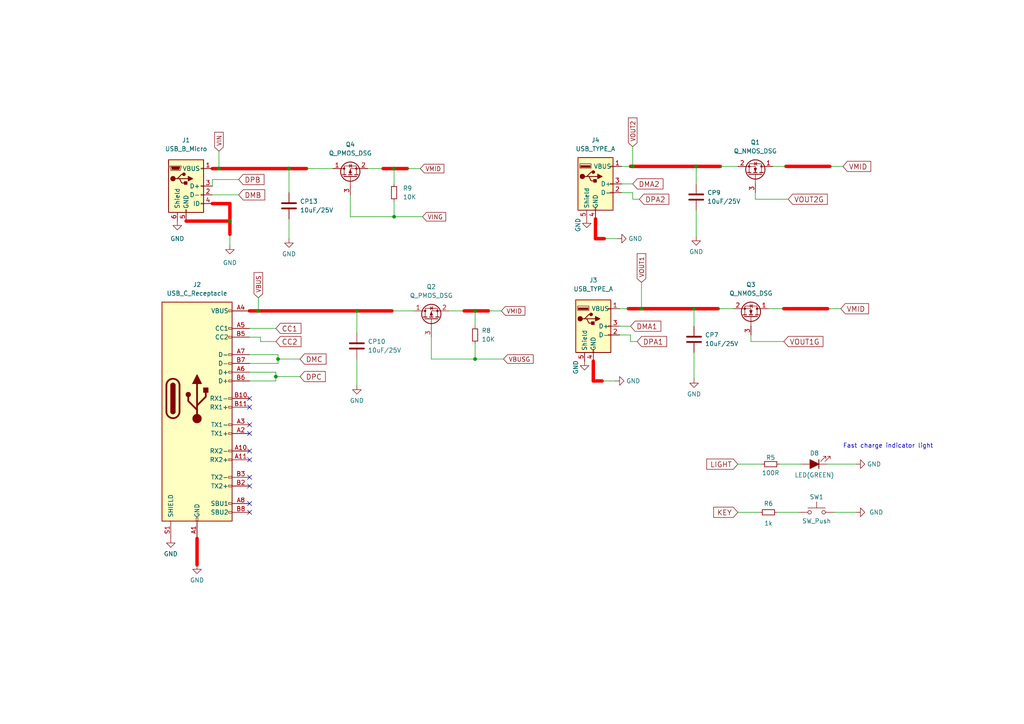
<source format=kicad_sch>
(kicad_sch (version 20211123) (generator eeschema)

  (uuid a9ebd18a-f2e3-4853-bec1-d0dc6804383d)

  (paper "A4")

  (lib_symbols
    (symbol "Connector:USB_B_Micro" (pin_names (offset 1.016)) (in_bom yes) (on_board yes)
      (property "Reference" "J" (id 0) (at -5.08 11.43 0)
        (effects (font (size 1.27 1.27)) (justify left))
      )
      (property "Value" "USB_B_Micro" (id 1) (at -5.08 8.89 0)
        (effects (font (size 1.27 1.27)) (justify left))
      )
      (property "Footprint" "" (id 2) (at 3.81 -1.27 0)
        (effects (font (size 1.27 1.27)) hide)
      )
      (property "Datasheet" "~" (id 3) (at 3.81 -1.27 0)
        (effects (font (size 1.27 1.27)) hide)
      )
      (property "ki_keywords" "connector USB micro" (id 4) (at 0 0 0)
        (effects (font (size 1.27 1.27)) hide)
      )
      (property "ki_description" "USB Micro Type B connector" (id 5) (at 0 0 0)
        (effects (font (size 1.27 1.27)) hide)
      )
      (property "ki_fp_filters" "USB*" (id 6) (at 0 0 0)
        (effects (font (size 1.27 1.27)) hide)
      )
      (symbol "USB_B_Micro_0_1"
        (rectangle (start -5.08 -7.62) (end 5.08 7.62)
          (stroke (width 0.254) (type default) (color 0 0 0 0))
          (fill (type background))
        )
        (circle (center -3.81 2.159) (radius 0.635)
          (stroke (width 0.254) (type default) (color 0 0 0 0))
          (fill (type outline))
        )
        (circle (center -0.635 3.429) (radius 0.381)
          (stroke (width 0.254) (type default) (color 0 0 0 0))
          (fill (type outline))
        )
        (rectangle (start -0.127 -7.62) (end 0.127 -6.858)
          (stroke (width 0) (type default) (color 0 0 0 0))
          (fill (type none))
        )
        (polyline
          (pts
            (xy -1.905 2.159)
            (xy 0.635 2.159)
          )
          (stroke (width 0.254) (type default) (color 0 0 0 0))
          (fill (type none))
        )
        (polyline
          (pts
            (xy -3.175 2.159)
            (xy -2.54 2.159)
            (xy -1.27 3.429)
            (xy -0.635 3.429)
          )
          (stroke (width 0.254) (type default) (color 0 0 0 0))
          (fill (type none))
        )
        (polyline
          (pts
            (xy -2.54 2.159)
            (xy -1.905 2.159)
            (xy -1.27 0.889)
            (xy 0 0.889)
          )
          (stroke (width 0.254) (type default) (color 0 0 0 0))
          (fill (type none))
        )
        (polyline
          (pts
            (xy 0.635 2.794)
            (xy 0.635 1.524)
            (xy 1.905 2.159)
            (xy 0.635 2.794)
          )
          (stroke (width 0.254) (type default) (color 0 0 0 0))
          (fill (type outline))
        )
        (polyline
          (pts
            (xy -4.318 5.588)
            (xy -1.778 5.588)
            (xy -2.032 4.826)
            (xy -4.064 4.826)
            (xy -4.318 5.588)
          )
          (stroke (width 0) (type default) (color 0 0 0 0))
          (fill (type outline))
        )
        (polyline
          (pts
            (xy -4.699 5.842)
            (xy -4.699 5.588)
            (xy -4.445 4.826)
            (xy -4.445 4.572)
            (xy -1.651 4.572)
            (xy -1.651 4.826)
            (xy -1.397 5.588)
            (xy -1.397 5.842)
            (xy -4.699 5.842)
          )
          (stroke (width 0) (type default) (color 0 0 0 0))
          (fill (type none))
        )
        (rectangle (start 0.254 1.27) (end -0.508 0.508)
          (stroke (width 0.254) (type default) (color 0 0 0 0))
          (fill (type outline))
        )
        (rectangle (start 5.08 -5.207) (end 4.318 -4.953)
          (stroke (width 0) (type default) (color 0 0 0 0))
          (fill (type none))
        )
        (rectangle (start 5.08 -2.667) (end 4.318 -2.413)
          (stroke (width 0) (type default) (color 0 0 0 0))
          (fill (type none))
        )
        (rectangle (start 5.08 -0.127) (end 4.318 0.127)
          (stroke (width 0) (type default) (color 0 0 0 0))
          (fill (type none))
        )
        (rectangle (start 5.08 4.953) (end 4.318 5.207)
          (stroke (width 0) (type default) (color 0 0 0 0))
          (fill (type none))
        )
      )
      (symbol "USB_B_Micro_1_1"
        (pin power_out line (at 7.62 5.08 180) (length 2.54)
          (name "VBUS" (effects (font (size 1.27 1.27))))
          (number "1" (effects (font (size 1.27 1.27))))
        )
        (pin bidirectional line (at 7.62 -2.54 180) (length 2.54)
          (name "D-" (effects (font (size 1.27 1.27))))
          (number "2" (effects (font (size 1.27 1.27))))
        )
        (pin bidirectional line (at 7.62 0 180) (length 2.54)
          (name "D+" (effects (font (size 1.27 1.27))))
          (number "3" (effects (font (size 1.27 1.27))))
        )
        (pin passive line (at 7.62 -5.08 180) (length 2.54)
          (name "ID" (effects (font (size 1.27 1.27))))
          (number "4" (effects (font (size 1.27 1.27))))
        )
        (pin power_out line (at 0 -10.16 90) (length 2.54)
          (name "GND" (effects (font (size 1.27 1.27))))
          (number "5" (effects (font (size 1.27 1.27))))
        )
        (pin passive line (at -2.54 -10.16 90) (length 2.54)
          (name "Shield" (effects (font (size 1.27 1.27))))
          (number "6" (effects (font (size 1.27 1.27))))
        )
      )
    )
    (symbol "Connector:USB_C_Receptacle" (pin_names (offset 1.016)) (in_bom yes) (on_board yes)
      (property "Reference" "J" (id 0) (at -10.16 29.21 0)
        (effects (font (size 1.27 1.27)) (justify left))
      )
      (property "Value" "USB_C_Receptacle" (id 1) (at 10.16 29.21 0)
        (effects (font (size 1.27 1.27)) (justify right))
      )
      (property "Footprint" "" (id 2) (at 3.81 0 0)
        (effects (font (size 1.27 1.27)) hide)
      )
      (property "Datasheet" "https://www.usb.org/sites/default/files/documents/usb_type-c.zip" (id 3) (at 3.81 0 0)
        (effects (font (size 1.27 1.27)) hide)
      )
      (property "ki_keywords" "usb universal serial bus type-C full-featured" (id 4) (at 0 0 0)
        (effects (font (size 1.27 1.27)) hide)
      )
      (property "ki_description" "USB Full-Featured Type-C Receptacle connector" (id 5) (at 0 0 0)
        (effects (font (size 1.27 1.27)) hide)
      )
      (property "ki_fp_filters" "USB*C*Receptacle*" (id 6) (at 0 0 0)
        (effects (font (size 1.27 1.27)) hide)
      )
      (symbol "USB_C_Receptacle_0_0"
        (rectangle (start -0.254 -35.56) (end 0.254 -34.544)
          (stroke (width 0) (type default) (color 0 0 0 0))
          (fill (type none))
        )
        (rectangle (start 10.16 -32.766) (end 9.144 -33.274)
          (stroke (width 0) (type default) (color 0 0 0 0))
          (fill (type none))
        )
        (rectangle (start 10.16 -30.226) (end 9.144 -30.734)
          (stroke (width 0) (type default) (color 0 0 0 0))
          (fill (type none))
        )
        (rectangle (start 10.16 -25.146) (end 9.144 -25.654)
          (stroke (width 0) (type default) (color 0 0 0 0))
          (fill (type none))
        )
        (rectangle (start 10.16 -22.606) (end 9.144 -23.114)
          (stroke (width 0) (type default) (color 0 0 0 0))
          (fill (type none))
        )
        (rectangle (start 10.16 -17.526) (end 9.144 -18.034)
          (stroke (width 0) (type default) (color 0 0 0 0))
          (fill (type none))
        )
        (rectangle (start 10.16 -14.986) (end 9.144 -15.494)
          (stroke (width 0) (type default) (color 0 0 0 0))
          (fill (type none))
        )
        (rectangle (start 10.16 -9.906) (end 9.144 -10.414)
          (stroke (width 0) (type default) (color 0 0 0 0))
          (fill (type none))
        )
        (rectangle (start 10.16 -7.366) (end 9.144 -7.874)
          (stroke (width 0) (type default) (color 0 0 0 0))
          (fill (type none))
        )
        (rectangle (start 10.16 -2.286) (end 9.144 -2.794)
          (stroke (width 0) (type default) (color 0 0 0 0))
          (fill (type none))
        )
        (rectangle (start 10.16 0.254) (end 9.144 -0.254)
          (stroke (width 0) (type default) (color 0 0 0 0))
          (fill (type none))
        )
        (rectangle (start 10.16 5.334) (end 9.144 4.826)
          (stroke (width 0) (type default) (color 0 0 0 0))
          (fill (type none))
        )
        (rectangle (start 10.16 7.874) (end 9.144 7.366)
          (stroke (width 0) (type default) (color 0 0 0 0))
          (fill (type none))
        )
        (rectangle (start 10.16 10.414) (end 9.144 9.906)
          (stroke (width 0) (type default) (color 0 0 0 0))
          (fill (type none))
        )
        (rectangle (start 10.16 12.954) (end 9.144 12.446)
          (stroke (width 0) (type default) (color 0 0 0 0))
          (fill (type none))
        )
        (rectangle (start 10.16 18.034) (end 9.144 17.526)
          (stroke (width 0) (type default) (color 0 0 0 0))
          (fill (type none))
        )
        (rectangle (start 10.16 20.574) (end 9.144 20.066)
          (stroke (width 0) (type default) (color 0 0 0 0))
          (fill (type none))
        )
        (rectangle (start 10.16 25.654) (end 9.144 25.146)
          (stroke (width 0) (type default) (color 0 0 0 0))
          (fill (type none))
        )
      )
      (symbol "USB_C_Receptacle_0_1"
        (rectangle (start -10.16 27.94) (end 10.16 -35.56)
          (stroke (width 0.254) (type default) (color 0 0 0 0))
          (fill (type background))
        )
        (arc (start -8.89 -3.81) (mid -6.985 -5.715) (end -5.08 -3.81)
          (stroke (width 0.508) (type default) (color 0 0 0 0))
          (fill (type none))
        )
        (arc (start -7.62 -3.81) (mid -6.985 -4.445) (end -6.35 -3.81)
          (stroke (width 0.254) (type default) (color 0 0 0 0))
          (fill (type none))
        )
        (arc (start -7.62 -3.81) (mid -6.985 -4.445) (end -6.35 -3.81)
          (stroke (width 0.254) (type default) (color 0 0 0 0))
          (fill (type outline))
        )
        (rectangle (start -7.62 -3.81) (end -6.35 3.81)
          (stroke (width 0.254) (type default) (color 0 0 0 0))
          (fill (type outline))
        )
        (arc (start -6.35 3.81) (mid -6.985 4.445) (end -7.62 3.81)
          (stroke (width 0.254) (type default) (color 0 0 0 0))
          (fill (type none))
        )
        (arc (start -6.35 3.81) (mid -6.985 4.445) (end -7.62 3.81)
          (stroke (width 0.254) (type default) (color 0 0 0 0))
          (fill (type outline))
        )
        (arc (start -5.08 3.81) (mid -6.985 5.715) (end -8.89 3.81)
          (stroke (width 0.508) (type default) (color 0 0 0 0))
          (fill (type none))
        )
        (polyline
          (pts
            (xy -8.89 -3.81)
            (xy -8.89 3.81)
          )
          (stroke (width 0.508) (type default) (color 0 0 0 0))
          (fill (type none))
        )
        (polyline
          (pts
            (xy -5.08 3.81)
            (xy -5.08 -3.81)
          )
          (stroke (width 0.508) (type default) (color 0 0 0 0))
          (fill (type none))
        )
      )
      (symbol "USB_C_Receptacle_1_1"
        (circle (center -2.54 1.143) (radius 0.635)
          (stroke (width 0.254) (type default) (color 0 0 0 0))
          (fill (type outline))
        )
        (circle (center 0 -5.842) (radius 1.27)
          (stroke (width 0) (type default) (color 0 0 0 0))
          (fill (type outline))
        )
        (polyline
          (pts
            (xy 0 -5.842)
            (xy 0 4.318)
          )
          (stroke (width 0.508) (type default) (color 0 0 0 0))
          (fill (type none))
        )
        (polyline
          (pts
            (xy 0 -3.302)
            (xy -2.54 -0.762)
            (xy -2.54 0.508)
          )
          (stroke (width 0.508) (type default) (color 0 0 0 0))
          (fill (type none))
        )
        (polyline
          (pts
            (xy 0 -2.032)
            (xy 2.54 0.508)
            (xy 2.54 1.778)
          )
          (stroke (width 0.508) (type default) (color 0 0 0 0))
          (fill (type none))
        )
        (polyline
          (pts
            (xy -1.27 4.318)
            (xy 0 6.858)
            (xy 1.27 4.318)
            (xy -1.27 4.318)
          )
          (stroke (width 0.254) (type default) (color 0 0 0 0))
          (fill (type outline))
        )
        (rectangle (start 1.905 1.778) (end 3.175 3.048)
          (stroke (width 0.254) (type default) (color 0 0 0 0))
          (fill (type outline))
        )
        (pin passive line (at 0 -40.64 90) (length 5.08)
          (name "GND" (effects (font (size 1.27 1.27))))
          (number "A1" (effects (font (size 1.27 1.27))))
        )
        (pin bidirectional line (at 15.24 -15.24 180) (length 5.08)
          (name "RX2-" (effects (font (size 1.27 1.27))))
          (number "A10" (effects (font (size 1.27 1.27))))
        )
        (pin bidirectional line (at 15.24 -17.78 180) (length 5.08)
          (name "RX2+" (effects (font (size 1.27 1.27))))
          (number "A11" (effects (font (size 1.27 1.27))))
        )
        (pin passive line (at 0 -40.64 90) (length 5.08) hide
          (name "GND" (effects (font (size 1.27 1.27))))
          (number "A12" (effects (font (size 1.27 1.27))))
        )
        (pin bidirectional line (at 15.24 -10.16 180) (length 5.08)
          (name "TX1+" (effects (font (size 1.27 1.27))))
          (number "A2" (effects (font (size 1.27 1.27))))
        )
        (pin bidirectional line (at 15.24 -7.62 180) (length 5.08)
          (name "TX1-" (effects (font (size 1.27 1.27))))
          (number "A3" (effects (font (size 1.27 1.27))))
        )
        (pin passive line (at 15.24 25.4 180) (length 5.08)
          (name "VBUS" (effects (font (size 1.27 1.27))))
          (number "A4" (effects (font (size 1.27 1.27))))
        )
        (pin bidirectional line (at 15.24 20.32 180) (length 5.08)
          (name "CC1" (effects (font (size 1.27 1.27))))
          (number "A5" (effects (font (size 1.27 1.27))))
        )
        (pin bidirectional line (at 15.24 7.62 180) (length 5.08)
          (name "D+" (effects (font (size 1.27 1.27))))
          (number "A6" (effects (font (size 1.27 1.27))))
        )
        (pin bidirectional line (at 15.24 12.7 180) (length 5.08)
          (name "D-" (effects (font (size 1.27 1.27))))
          (number "A7" (effects (font (size 1.27 1.27))))
        )
        (pin bidirectional line (at 15.24 -30.48 180) (length 5.08)
          (name "SBU1" (effects (font (size 1.27 1.27))))
          (number "A8" (effects (font (size 1.27 1.27))))
        )
        (pin passive line (at 15.24 25.4 180) (length 5.08) hide
          (name "VBUS" (effects (font (size 1.27 1.27))))
          (number "A9" (effects (font (size 1.27 1.27))))
        )
        (pin passive line (at 0 -40.64 90) (length 5.08) hide
          (name "GND" (effects (font (size 1.27 1.27))))
          (number "B1" (effects (font (size 1.27 1.27))))
        )
        (pin bidirectional line (at 15.24 0 180) (length 5.08)
          (name "RX1-" (effects (font (size 1.27 1.27))))
          (number "B10" (effects (font (size 1.27 1.27))))
        )
        (pin bidirectional line (at 15.24 -2.54 180) (length 5.08)
          (name "RX1+" (effects (font (size 1.27 1.27))))
          (number "B11" (effects (font (size 1.27 1.27))))
        )
        (pin passive line (at 0 -40.64 90) (length 5.08) hide
          (name "GND" (effects (font (size 1.27 1.27))))
          (number "B12" (effects (font (size 1.27 1.27))))
        )
        (pin bidirectional line (at 15.24 -25.4 180) (length 5.08)
          (name "TX2+" (effects (font (size 1.27 1.27))))
          (number "B2" (effects (font (size 1.27 1.27))))
        )
        (pin bidirectional line (at 15.24 -22.86 180) (length 5.08)
          (name "TX2-" (effects (font (size 1.27 1.27))))
          (number "B3" (effects (font (size 1.27 1.27))))
        )
        (pin passive line (at 15.24 25.4 180) (length 5.08) hide
          (name "VBUS" (effects (font (size 1.27 1.27))))
          (number "B4" (effects (font (size 1.27 1.27))))
        )
        (pin bidirectional line (at 15.24 17.78 180) (length 5.08)
          (name "CC2" (effects (font (size 1.27 1.27))))
          (number "B5" (effects (font (size 1.27 1.27))))
        )
        (pin bidirectional line (at 15.24 5.08 180) (length 5.08)
          (name "D+" (effects (font (size 1.27 1.27))))
          (number "B6" (effects (font (size 1.27 1.27))))
        )
        (pin bidirectional line (at 15.24 10.16 180) (length 5.08)
          (name "D-" (effects (font (size 1.27 1.27))))
          (number "B7" (effects (font (size 1.27 1.27))))
        )
        (pin bidirectional line (at 15.24 -33.02 180) (length 5.08)
          (name "SBU2" (effects (font (size 1.27 1.27))))
          (number "B8" (effects (font (size 1.27 1.27))))
        )
        (pin passive line (at 15.24 25.4 180) (length 5.08) hide
          (name "VBUS" (effects (font (size 1.27 1.27))))
          (number "B9" (effects (font (size 1.27 1.27))))
        )
        (pin passive line (at -7.62 -40.64 90) (length 5.08)
          (name "SHIELD" (effects (font (size 1.27 1.27))))
          (number "S1" (effects (font (size 1.27 1.27))))
        )
      )
    )
    (symbol "Device:C" (pin_numbers hide) (pin_names (offset 0.254)) (in_bom yes) (on_board yes)
      (property "Reference" "C" (id 0) (at 0.635 2.54 0)
        (effects (font (size 1.27 1.27)) (justify left))
      )
      (property "Value" "C" (id 1) (at 0.635 -2.54 0)
        (effects (font (size 1.27 1.27)) (justify left))
      )
      (property "Footprint" "" (id 2) (at 0.9652 -3.81 0)
        (effects (font (size 1.27 1.27)) hide)
      )
      (property "Datasheet" "~" (id 3) (at 0 0 0)
        (effects (font (size 1.27 1.27)) hide)
      )
      (property "ki_keywords" "cap capacitor" (id 4) (at 0 0 0)
        (effects (font (size 1.27 1.27)) hide)
      )
      (property "ki_description" "Unpolarized capacitor" (id 5) (at 0 0 0)
        (effects (font (size 1.27 1.27)) hide)
      )
      (property "ki_fp_filters" "C_*" (id 6) (at 0 0 0)
        (effects (font (size 1.27 1.27)) hide)
      )
      (symbol "C_0_1"
        (polyline
          (pts
            (xy -2.032 -0.762)
            (xy 2.032 -0.762)
          )
          (stroke (width 0.508) (type default) (color 0 0 0 0))
          (fill (type none))
        )
        (polyline
          (pts
            (xy -2.032 0.762)
            (xy 2.032 0.762)
          )
          (stroke (width 0.508) (type default) (color 0 0 0 0))
          (fill (type none))
        )
      )
      (symbol "C_1_1"
        (pin passive line (at 0 3.81 270) (length 2.794)
          (name "~" (effects (font (size 1.27 1.27))))
          (number "1" (effects (font (size 1.27 1.27))))
        )
        (pin passive line (at 0 -3.81 90) (length 2.794)
          (name "~" (effects (font (size 1.27 1.27))))
          (number "2" (effects (font (size 1.27 1.27))))
        )
      )
    )
    (symbol "Device:LED_Filled" (pin_numbers hide) (pin_names (offset 1.016) hide) (in_bom yes) (on_board yes)
      (property "Reference" "D" (id 0) (at 0 2.54 0)
        (effects (font (size 1.27 1.27)))
      )
      (property "Value" "LED_Filled" (id 1) (at 0 -2.54 0)
        (effects (font (size 1.27 1.27)))
      )
      (property "Footprint" "" (id 2) (at 0 0 0)
        (effects (font (size 1.27 1.27)) hide)
      )
      (property "Datasheet" "~" (id 3) (at 0 0 0)
        (effects (font (size 1.27 1.27)) hide)
      )
      (property "ki_keywords" "LED diode" (id 4) (at 0 0 0)
        (effects (font (size 1.27 1.27)) hide)
      )
      (property "ki_description" "Light emitting diode, filled shape" (id 5) (at 0 0 0)
        (effects (font (size 1.27 1.27)) hide)
      )
      (property "ki_fp_filters" "LED* LED_SMD:* LED_THT:*" (id 6) (at 0 0 0)
        (effects (font (size 1.27 1.27)) hide)
      )
      (symbol "LED_Filled_0_1"
        (polyline
          (pts
            (xy -1.27 -1.27)
            (xy -1.27 1.27)
          )
          (stroke (width 0.254) (type default) (color 0 0 0 0))
          (fill (type none))
        )
        (polyline
          (pts
            (xy -1.27 0)
            (xy 1.27 0)
          )
          (stroke (width 0) (type default) (color 0 0 0 0))
          (fill (type none))
        )
        (polyline
          (pts
            (xy 1.27 -1.27)
            (xy 1.27 1.27)
            (xy -1.27 0)
            (xy 1.27 -1.27)
          )
          (stroke (width 0.254) (type default) (color 0 0 0 0))
          (fill (type outline))
        )
        (polyline
          (pts
            (xy -3.048 -0.762)
            (xy -4.572 -2.286)
            (xy -3.81 -2.286)
            (xy -4.572 -2.286)
            (xy -4.572 -1.524)
          )
          (stroke (width 0) (type default) (color 0 0 0 0))
          (fill (type none))
        )
        (polyline
          (pts
            (xy -1.778 -0.762)
            (xy -3.302 -2.286)
            (xy -2.54 -2.286)
            (xy -3.302 -2.286)
            (xy -3.302 -1.524)
          )
          (stroke (width 0) (type default) (color 0 0 0 0))
          (fill (type none))
        )
      )
      (symbol "LED_Filled_1_1"
        (pin passive line (at -3.81 0 0) (length 2.54)
          (name "K" (effects (font (size 1.27 1.27))))
          (number "1" (effects (font (size 1.27 1.27))))
        )
        (pin passive line (at 3.81 0 180) (length 2.54)
          (name "A" (effects (font (size 1.27 1.27))))
          (number "2" (effects (font (size 1.27 1.27))))
        )
      )
    )
    (symbol "Device:Q_NMOS_DSG" (pin_names (offset 0) hide) (in_bom yes) (on_board yes)
      (property "Reference" "Q" (id 0) (at 5.08 1.27 0)
        (effects (font (size 1.27 1.27)) (justify left))
      )
      (property "Value" "Q_NMOS_DSG" (id 1) (at 5.08 -1.27 0)
        (effects (font (size 1.27 1.27)) (justify left))
      )
      (property "Footprint" "" (id 2) (at 5.08 2.54 0)
        (effects (font (size 1.27 1.27)) hide)
      )
      (property "Datasheet" "~" (id 3) (at 0 0 0)
        (effects (font (size 1.27 1.27)) hide)
      )
      (property "ki_keywords" "transistor NMOS N-MOS N-MOSFET" (id 4) (at 0 0 0)
        (effects (font (size 1.27 1.27)) hide)
      )
      (property "ki_description" "N-MOSFET transistor, drain/source/gate" (id 5) (at 0 0 0)
        (effects (font (size 1.27 1.27)) hide)
      )
      (symbol "Q_NMOS_DSG_0_1"
        (polyline
          (pts
            (xy 0.254 0)
            (xy -2.54 0)
          )
          (stroke (width 0) (type default) (color 0 0 0 0))
          (fill (type none))
        )
        (polyline
          (pts
            (xy 0.254 1.905)
            (xy 0.254 -1.905)
          )
          (stroke (width 0.254) (type default) (color 0 0 0 0))
          (fill (type none))
        )
        (polyline
          (pts
            (xy 0.762 -1.27)
            (xy 0.762 -2.286)
          )
          (stroke (width 0.254) (type default) (color 0 0 0 0))
          (fill (type none))
        )
        (polyline
          (pts
            (xy 0.762 0.508)
            (xy 0.762 -0.508)
          )
          (stroke (width 0.254) (type default) (color 0 0 0 0))
          (fill (type none))
        )
        (polyline
          (pts
            (xy 0.762 2.286)
            (xy 0.762 1.27)
          )
          (stroke (width 0.254) (type default) (color 0 0 0 0))
          (fill (type none))
        )
        (polyline
          (pts
            (xy 2.54 2.54)
            (xy 2.54 1.778)
          )
          (stroke (width 0) (type default) (color 0 0 0 0))
          (fill (type none))
        )
        (polyline
          (pts
            (xy 2.54 -2.54)
            (xy 2.54 0)
            (xy 0.762 0)
          )
          (stroke (width 0) (type default) (color 0 0 0 0))
          (fill (type none))
        )
        (polyline
          (pts
            (xy 0.762 -1.778)
            (xy 3.302 -1.778)
            (xy 3.302 1.778)
            (xy 0.762 1.778)
          )
          (stroke (width 0) (type default) (color 0 0 0 0))
          (fill (type none))
        )
        (polyline
          (pts
            (xy 1.016 0)
            (xy 2.032 0.381)
            (xy 2.032 -0.381)
            (xy 1.016 0)
          )
          (stroke (width 0) (type default) (color 0 0 0 0))
          (fill (type outline))
        )
        (polyline
          (pts
            (xy 2.794 0.508)
            (xy 2.921 0.381)
            (xy 3.683 0.381)
            (xy 3.81 0.254)
          )
          (stroke (width 0) (type default) (color 0 0 0 0))
          (fill (type none))
        )
        (polyline
          (pts
            (xy 3.302 0.381)
            (xy 2.921 -0.254)
            (xy 3.683 -0.254)
            (xy 3.302 0.381)
          )
          (stroke (width 0) (type default) (color 0 0 0 0))
          (fill (type none))
        )
        (circle (center 1.651 0) (radius 2.794)
          (stroke (width 0.254) (type default) (color 0 0 0 0))
          (fill (type none))
        )
        (circle (center 2.54 -1.778) (radius 0.254)
          (stroke (width 0) (type default) (color 0 0 0 0))
          (fill (type outline))
        )
        (circle (center 2.54 1.778) (radius 0.254)
          (stroke (width 0) (type default) (color 0 0 0 0))
          (fill (type outline))
        )
      )
      (symbol "Q_NMOS_DSG_1_1"
        (pin passive line (at 2.54 5.08 270) (length 2.54)
          (name "D" (effects (font (size 1.27 1.27))))
          (number "1" (effects (font (size 1.27 1.27))))
        )
        (pin passive line (at 2.54 -5.08 90) (length 2.54)
          (name "S" (effects (font (size 1.27 1.27))))
          (number "2" (effects (font (size 1.27 1.27))))
        )
        (pin input line (at -5.08 0 0) (length 2.54)
          (name "G" (effects (font (size 1.27 1.27))))
          (number "3" (effects (font (size 1.27 1.27))))
        )
      )
    )
    (symbol "Device:Q_PMOS_DSG" (pin_names (offset 0) hide) (in_bom yes) (on_board yes)
      (property "Reference" "Q" (id 0) (at 5.08 1.27 0)
        (effects (font (size 1.27 1.27)) (justify left))
      )
      (property "Value" "Q_PMOS_DSG" (id 1) (at 5.08 -1.27 0)
        (effects (font (size 1.27 1.27)) (justify left))
      )
      (property "Footprint" "" (id 2) (at 5.08 2.54 0)
        (effects (font (size 1.27 1.27)) hide)
      )
      (property "Datasheet" "~" (id 3) (at 0 0 0)
        (effects (font (size 1.27 1.27)) hide)
      )
      (property "ki_keywords" "transistor PMOS P-MOS P-MOSFET" (id 4) (at 0 0 0)
        (effects (font (size 1.27 1.27)) hide)
      )
      (property "ki_description" "P-MOSFET transistor, drain/source/gate" (id 5) (at 0 0 0)
        (effects (font (size 1.27 1.27)) hide)
      )
      (symbol "Q_PMOS_DSG_0_1"
        (polyline
          (pts
            (xy 0.254 0)
            (xy -2.54 0)
          )
          (stroke (width 0) (type default) (color 0 0 0 0))
          (fill (type none))
        )
        (polyline
          (pts
            (xy 0.254 1.905)
            (xy 0.254 -1.905)
          )
          (stroke (width 0.254) (type default) (color 0 0 0 0))
          (fill (type none))
        )
        (polyline
          (pts
            (xy 0.762 -1.27)
            (xy 0.762 -2.286)
          )
          (stroke (width 0.254) (type default) (color 0 0 0 0))
          (fill (type none))
        )
        (polyline
          (pts
            (xy 0.762 0.508)
            (xy 0.762 -0.508)
          )
          (stroke (width 0.254) (type default) (color 0 0 0 0))
          (fill (type none))
        )
        (polyline
          (pts
            (xy 0.762 2.286)
            (xy 0.762 1.27)
          )
          (stroke (width 0.254) (type default) (color 0 0 0 0))
          (fill (type none))
        )
        (polyline
          (pts
            (xy 2.54 2.54)
            (xy 2.54 1.778)
          )
          (stroke (width 0) (type default) (color 0 0 0 0))
          (fill (type none))
        )
        (polyline
          (pts
            (xy 2.54 -2.54)
            (xy 2.54 0)
            (xy 0.762 0)
          )
          (stroke (width 0) (type default) (color 0 0 0 0))
          (fill (type none))
        )
        (polyline
          (pts
            (xy 0.762 1.778)
            (xy 3.302 1.778)
            (xy 3.302 -1.778)
            (xy 0.762 -1.778)
          )
          (stroke (width 0) (type default) (color 0 0 0 0))
          (fill (type none))
        )
        (polyline
          (pts
            (xy 2.286 0)
            (xy 1.27 0.381)
            (xy 1.27 -0.381)
            (xy 2.286 0)
          )
          (stroke (width 0) (type default) (color 0 0 0 0))
          (fill (type outline))
        )
        (polyline
          (pts
            (xy 2.794 -0.508)
            (xy 2.921 -0.381)
            (xy 3.683 -0.381)
            (xy 3.81 -0.254)
          )
          (stroke (width 0) (type default) (color 0 0 0 0))
          (fill (type none))
        )
        (polyline
          (pts
            (xy 3.302 -0.381)
            (xy 2.921 0.254)
            (xy 3.683 0.254)
            (xy 3.302 -0.381)
          )
          (stroke (width 0) (type default) (color 0 0 0 0))
          (fill (type none))
        )
        (circle (center 1.651 0) (radius 2.794)
          (stroke (width 0.254) (type default) (color 0 0 0 0))
          (fill (type none))
        )
        (circle (center 2.54 -1.778) (radius 0.254)
          (stroke (width 0) (type default) (color 0 0 0 0))
          (fill (type outline))
        )
        (circle (center 2.54 1.778) (radius 0.254)
          (stroke (width 0) (type default) (color 0 0 0 0))
          (fill (type outline))
        )
      )
      (symbol "Q_PMOS_DSG_1_1"
        (pin passive line (at 2.54 5.08 270) (length 2.54)
          (name "D" (effects (font (size 1.27 1.27))))
          (number "1" (effects (font (size 1.27 1.27))))
        )
        (pin passive line (at 2.54 -5.08 90) (length 2.54)
          (name "S" (effects (font (size 1.27 1.27))))
          (number "2" (effects (font (size 1.27 1.27))))
        )
        (pin input line (at -5.08 0 0) (length 2.54)
          (name "G" (effects (font (size 1.27 1.27))))
          (number "3" (effects (font (size 1.27 1.27))))
        )
      )
    )
    (symbol "Device:R_Small" (pin_numbers hide) (pin_names (offset 0.254) hide) (in_bom yes) (on_board yes)
      (property "Reference" "R" (id 0) (at 0.762 0.508 0)
        (effects (font (size 1.27 1.27)) (justify left))
      )
      (property "Value" "R_Small" (id 1) (at 0.762 -1.016 0)
        (effects (font (size 1.27 1.27)) (justify left))
      )
      (property "Footprint" "" (id 2) (at 0 0 0)
        (effects (font (size 1.27 1.27)) hide)
      )
      (property "Datasheet" "~" (id 3) (at 0 0 0)
        (effects (font (size 1.27 1.27)) hide)
      )
      (property "ki_keywords" "R resistor" (id 4) (at 0 0 0)
        (effects (font (size 1.27 1.27)) hide)
      )
      (property "ki_description" "Resistor, small symbol" (id 5) (at 0 0 0)
        (effects (font (size 1.27 1.27)) hide)
      )
      (property "ki_fp_filters" "R_*" (id 6) (at 0 0 0)
        (effects (font (size 1.27 1.27)) hide)
      )
      (symbol "R_Small_0_1"
        (rectangle (start -0.762 1.778) (end 0.762 -1.778)
          (stroke (width 0.2032) (type default) (color 0 0 0 0))
          (fill (type none))
        )
      )
      (symbol "R_Small_1_1"
        (pin passive line (at 0 2.54 270) (length 0.762)
          (name "~" (effects (font (size 1.27 1.27))))
          (number "1" (effects (font (size 1.27 1.27))))
        )
        (pin passive line (at 0 -2.54 90) (length 0.762)
          (name "~" (effects (font (size 1.27 1.27))))
          (number "2" (effects (font (size 1.27 1.27))))
        )
      )
    )
    (symbol "Switch:SW_Push" (pin_numbers hide) (pin_names (offset 1.016) hide) (in_bom yes) (on_board yes)
      (property "Reference" "SW" (id 0) (at 1.27 2.54 0)
        (effects (font (size 1.27 1.27)) (justify left))
      )
      (property "Value" "SW_Push" (id 1) (at 0 -1.524 0)
        (effects (font (size 1.27 1.27)))
      )
      (property "Footprint" "" (id 2) (at 0 5.08 0)
        (effects (font (size 1.27 1.27)) hide)
      )
      (property "Datasheet" "~" (id 3) (at 0 5.08 0)
        (effects (font (size 1.27 1.27)) hide)
      )
      (property "ki_keywords" "switch normally-open pushbutton push-button" (id 4) (at 0 0 0)
        (effects (font (size 1.27 1.27)) hide)
      )
      (property "ki_description" "Push button switch, generic, two pins" (id 5) (at 0 0 0)
        (effects (font (size 1.27 1.27)) hide)
      )
      (symbol "SW_Push_0_1"
        (circle (center -2.032 0) (radius 0.508)
          (stroke (width 0) (type default) (color 0 0 0 0))
          (fill (type none))
        )
        (polyline
          (pts
            (xy 0 1.27)
            (xy 0 3.048)
          )
          (stroke (width 0) (type default) (color 0 0 0 0))
          (fill (type none))
        )
        (polyline
          (pts
            (xy 2.54 1.27)
            (xy -2.54 1.27)
          )
          (stroke (width 0) (type default) (color 0 0 0 0))
          (fill (type none))
        )
        (circle (center 2.032 0) (radius 0.508)
          (stroke (width 0) (type default) (color 0 0 0 0))
          (fill (type none))
        )
        (pin passive line (at -5.08 0 0) (length 2.54)
          (name "1" (effects (font (size 1.27 1.27))))
          (number "1" (effects (font (size 1.27 1.27))))
        )
        (pin passive line (at 5.08 0 180) (length 2.54)
          (name "2" (effects (font (size 1.27 1.27))))
          (number "2" (effects (font (size 1.27 1.27))))
        )
      )
    )
    (symbol "Virpar:USB_TYPE_A" (in_bom yes) (on_board yes)
      (property "Reference" "J" (id 0) (at -8.89 16.51 0)
        (effects (font (size 1.27 1.27)))
      )
      (property "Value" "USB_TYPE_A" (id 1) (at -8.89 13.97 0)
        (effects (font (size 1.27 1.27)))
      )
      (property "Footprint" "" (id 2) (at 0 0 0)
        (effects (font (size 1.27 1.27)) hide)
      )
      (property "Datasheet" "" (id 3) (at 0 0 0)
        (effects (font (size 1.27 1.27)) hide)
      )
      (symbol "USB_TYPE_A_0_1"
        (rectangle (start -13.97 -2.54) (end -3.81 12.7)
          (stroke (width 0.254) (type default) (color 0 0 0 0))
          (fill (type background))
        )
        (circle (center -12.7 7.239) (radius 0.635)
          (stroke (width 0.254) (type default) (color 0 0 0 0))
          (fill (type outline))
        )
        (rectangle (start -10.414 9.906) (end -13.208 10.414)
          (stroke (width 0) (type default) (color 0 0 0 0))
          (fill (type outline))
        )
        (rectangle (start -10.16 9.652) (end -13.462 10.922)
          (stroke (width 0) (type default) (color 0 0 0 0))
          (fill (type none))
        )
        (circle (center -9.525 8.509) (radius 0.381)
          (stroke (width 0.254) (type default) (color 0 0 0 0))
          (fill (type outline))
        )
        (rectangle (start -9.017 -2.54) (end -8.763 -1.778)
          (stroke (width 0) (type default) (color 0 0 0 0))
          (fill (type none))
        )
        (rectangle (start -8.636 6.35) (end -9.398 5.588)
          (stroke (width 0.254) (type default) (color 0 0 0 0))
          (fill (type outline))
        )
        (rectangle (start -3.81 2.413) (end -4.572 2.667)
          (stroke (width 0) (type default) (color 0 0 0 0))
          (fill (type none))
        )
        (rectangle (start -3.81 4.953) (end -4.572 5.207)
          (stroke (width 0) (type default) (color 0 0 0 0))
          (fill (type none))
        )
        (rectangle (start -3.81 10.033) (end -4.572 10.287)
          (stroke (width 0) (type default) (color 0 0 0 0))
          (fill (type none))
        )
        (polyline
          (pts
            (xy -12.065 7.239)
            (xy -11.43 7.239)
            (xy -10.16 8.509)
            (xy -9.525 8.509)
          )
          (stroke (width 0.254) (type default) (color 0 0 0 0))
          (fill (type none))
        )
        (polyline
          (pts
            (xy -11.43 7.239)
            (xy -10.795 7.239)
            (xy -10.16 5.969)
            (xy -8.89 5.969)
          )
          (stroke (width 0.254) (type default) (color 0 0 0 0))
          (fill (type none))
        )
        (polyline
          (pts
            (xy -8.255 7.874)
            (xy -8.255 6.604)
            (xy -6.985 7.239)
            (xy -8.255 7.874)
          )
          (stroke (width 0.254) (type default) (color 0 0 0 0))
          (fill (type outline))
        )
      )
      (symbol "USB_TYPE_A_1_1"
        (polyline
          (pts
            (xy -10.795 7.239)
            (xy -8.255 7.239)
          )
          (stroke (width 0.254) (type default) (color 0 0 0 0))
          (fill (type none))
        )
        (pin bidirectional line (at -1.27 10.16 180) (length 2.54)
          (name "VBUS" (effects (font (size 1.27 1.27))))
          (number "1" (effects (font (size 1.27 1.27))))
        )
        (pin bidirectional line (at -1.27 2.54 180) (length 2.54)
          (name "D-" (effects (font (size 1.27 1.27))))
          (number "2" (effects (font (size 1.27 1.27))))
        )
        (pin bidirectional line (at -1.27 5.08 180) (length 2.54)
          (name "D+" (effects (font (size 1.27 1.27))))
          (number "3" (effects (font (size 1.27 1.27))))
        )
        (pin power_in line (at -8.89 -5.08 90) (length 2.54)
          (name "GND" (effects (font (size 1.27 1.27))))
          (number "4" (effects (font (size 1.27 1.27))))
        )
        (pin passive line (at -11.43 -5.08 90) (length 2.54)
          (name "Shield" (effects (font (size 1.27 1.27))))
          (number "5" (effects (font (size 1.27 1.27))))
        )
      )
    )
    (symbol "power:GND" (power) (pin_names (offset 0)) (in_bom yes) (on_board yes)
      (property "Reference" "#PWR" (id 0) (at 0 -6.35 0)
        (effects (font (size 1.27 1.27)) hide)
      )
      (property "Value" "GND" (id 1) (at 0 -3.81 0)
        (effects (font (size 1.27 1.27)))
      )
      (property "Footprint" "" (id 2) (at 0 0 0)
        (effects (font (size 1.27 1.27)) hide)
      )
      (property "Datasheet" "" (id 3) (at 0 0 0)
        (effects (font (size 1.27 1.27)) hide)
      )
      (property "ki_keywords" "power-flag" (id 4) (at 0 0 0)
        (effects (font (size 1.27 1.27)) hide)
      )
      (property "ki_description" "Power symbol creates a global label with name \"GND\" , ground" (id 5) (at 0 0 0)
        (effects (font (size 1.27 1.27)) hide)
      )
      (symbol "GND_0_1"
        (polyline
          (pts
            (xy 0 0)
            (xy 0 -1.27)
            (xy 1.27 -1.27)
            (xy 0 -2.54)
            (xy -1.27 -1.27)
            (xy 0 -1.27)
          )
          (stroke (width 0) (type default) (color 0 0 0 0))
          (fill (type none))
        )
      )
      (symbol "GND_1_1"
        (pin power_in line (at 0 0 270) (length 0) hide
          (name "GND" (effects (font (size 1.27 1.27))))
          (number "1" (effects (font (size 1.27 1.27))))
        )
      )
    )
  )

  (junction (at 114.3 48.895) (diameter 0) (color 0 0 0 0)
    (uuid 1c03c14d-4107-4dfb-a01f-e07aff1b3769)
  )
  (junction (at 114.3 62.865) (diameter 0) (color 0 0 0 0)
    (uuid 1dd8a5e0-ae63-494b-a244-82a2145624b3)
  )
  (junction (at 63.5 48.895) (diameter 0) (color 0 0 0 0)
    (uuid 1ead70df-335b-4940-be36-c0ca2875c6c2)
  )
  (junction (at 201.295 89.535) (diameter 0) (color 0 0 0 0)
    (uuid 2ec5d2c8-af9b-4345-bf2d-d1e053338e0e)
  )
  (junction (at 74.93 90.17) (diameter 0) (color 0 0 0 0)
    (uuid 38eabdbc-6e70-4af4-9f6b-dd5b8f5ce77c)
  )
  (junction (at 80.01 109.22) (diameter 0) (color 0 0 0 0)
    (uuid 43ba7b0a-1571-4adc-9168-7dd64c75b13f)
  )
  (junction (at 186.055 89.535) (diameter 0) (color 0 0 0 0)
    (uuid 47a3c2ac-e22e-47c1-acd7-6b7498f6da00)
  )
  (junction (at 137.795 90.17) (diameter 0) (color 0 0 0 0)
    (uuid 47b5f8b9-49d8-45f6-a841-2d8bcd8a3d71)
  )
  (junction (at 201.93 48.26) (diameter 0) (color 0 0 0 0)
    (uuid 5d9a2390-54fa-47bd-9176-99f0176cfd92)
  )
  (junction (at 66.675 64.135) (diameter 0) (color 0 0 0 0)
    (uuid a83bd78a-a8a7-48e9-abf8-9bea0a68866d)
  )
  (junction (at 137.795 104.14) (diameter 0) (color 0 0 0 0)
    (uuid c1153e07-478f-4b81-99b1-5d98d7b0be0e)
  )
  (junction (at 80.645 104.14) (diameter 0) (color 0 0 0 0)
    (uuid c17c9aea-bfc6-434a-a11f-397ae1b0c5d4)
  )
  (junction (at 83.82 48.895) (diameter 0) (color 0 0 0 0)
    (uuid caebeda3-9804-49f2-a658-8744e1145f86)
  )
  (junction (at 183.515 48.26) (diameter 0) (color 0 0 0 0)
    (uuid cd908dda-85bd-4e4d-8d0b-d7af469ae855)
  )
  (junction (at 103.505 90.17) (diameter 0) (color 0 0 0 0)
    (uuid f6010542-ae37-45fd-8a65-863461127a4b)
  )

  (no_connect (at 72.39 148.59) (uuid 156602a5-478a-4ba2-b2af-819d58efdb00))
  (no_connect (at 72.39 146.05) (uuid 156602a5-478a-4ba2-b2af-819d58efdb01))
  (no_connect (at 72.39 115.57) (uuid 8a78963e-0e5f-496e-93f4-5ae234644cf6))
  (no_connect (at 72.39 140.97) (uuid 8a78963e-0e5f-496e-93f4-5ae234644cf7))
  (no_connect (at 72.39 123.19) (uuid 8a78963e-0e5f-496e-93f4-5ae234644cf8))
  (no_connect (at 72.39 118.11) (uuid 8a78963e-0e5f-496e-93f4-5ae234644cf9))
  (no_connect (at 72.39 133.35) (uuid 8a78963e-0e5f-496e-93f4-5ae234644cfa))
  (no_connect (at 72.39 125.73) (uuid 8a78963e-0e5f-496e-93f4-5ae234644cfb))
  (no_connect (at 72.39 130.81) (uuid 8a78963e-0e5f-496e-93f4-5ae234644cfc))
  (no_connect (at 72.39 138.43) (uuid 8a78963e-0e5f-496e-93f4-5ae234644cfd))

  (wire (pts (xy 172.72 69.215) (xy 175.26 69.215))
    (stroke (width 1) (type default) (color 255 0 0 1))
    (uuid 00bee72c-1411-4e43-a826-1c628f41321f)
  )
  (wire (pts (xy 80.01 109.22) (xy 80.01 110.49))
    (stroke (width 0) (type default) (color 0 0 0 0))
    (uuid 024f0211-0a8d-4a93-b5cc-88f3129551a3)
  )
  (wire (pts (xy 180.34 55.88) (xy 183.515 55.88))
    (stroke (width 0) (type default) (color 0 0 0 0))
    (uuid 0aa388e8-0368-47da-8922-e2c6652210ad)
  )
  (wire (pts (xy 224.155 48.26) (xy 227.965 48.26))
    (stroke (width 0) (type default) (color 0 0 0 0))
    (uuid 0b44b5da-b612-4915-bb48-c714c13bb931)
  )
  (wire (pts (xy 61.595 53.975) (xy 61.595 52.07))
    (stroke (width 0) (type default) (color 0 0 0 0))
    (uuid 0c82751a-76f4-42e1-9912-34efe65b8b94)
  )
  (wire (pts (xy 83.82 63.5) (xy 83.82 69.215))
    (stroke (width 0) (type default) (color 0 0 0 0))
    (uuid 0cdafa94-d3ba-4d97-b46e-266f6b1d37e5)
  )
  (wire (pts (xy 172.085 110.49) (xy 174.625 110.49))
    (stroke (width 1) (type default) (color 255 0 0 1))
    (uuid 0ec0cda7-0e71-47e1-af25-c83873c4abeb)
  )
  (wire (pts (xy 137.795 90.17) (xy 141.605 90.17))
    (stroke (width 1) (type default) (color 255 0 0 1))
    (uuid 0fb37e24-e266-44aa-bc83-2b6359478227)
  )
  (wire (pts (xy 227.33 89.535) (xy 240.03 89.535))
    (stroke (width 1) (type default) (color 255 0 0 1))
    (uuid 16f4b528-07f9-45c6-b257-bea0dc9ffa05)
  )
  (wire (pts (xy 175.26 69.215) (xy 179.07 69.215))
    (stroke (width 0) (type default) (color 0 0 0 0))
    (uuid 188e9019-139e-4760-9d7c-96c12941afc5)
  )
  (wire (pts (xy 240.03 134.62) (xy 248.285 134.62))
    (stroke (width 0) (type default) (color 0 0 0 0))
    (uuid 1b2dd05c-4f34-48ae-b6b1-0cb3926a52cf)
  )
  (wire (pts (xy 80.645 102.87) (xy 80.645 104.14))
    (stroke (width 0) (type default) (color 0 0 0 0))
    (uuid 1c35633d-ed28-44ac-9f87-e2c4f0b94436)
  )
  (wire (pts (xy 103.505 90.17) (xy 103.505 96.52))
    (stroke (width 0) (type default) (color 0 0 0 0))
    (uuid 225ac075-e606-4a30-a396-f8d76cd5ac39)
  )
  (wire (pts (xy 66.675 59.055) (xy 66.675 64.135))
    (stroke (width 1) (type default) (color 255 0 0 1))
    (uuid 2314ff89-d21e-4563-9456-2f7e1756a920)
  )
  (wire (pts (xy 180.34 48.26) (xy 182.88 48.26))
    (stroke (width 0) (type default) (color 0 0 0 0))
    (uuid 263f2ff0-c93f-4e39-be5a-0ea417ff2092)
  )
  (wire (pts (xy 61.595 59.055) (xy 66.675 59.055))
    (stroke (width 1) (type default) (color 255 0 0 1))
    (uuid 2a37c1f0-b605-4765-94a2-a0fc119853df)
  )
  (wire (pts (xy 201.295 89.535) (xy 201.295 94.615))
    (stroke (width 0) (type default) (color 0 0 0 0))
    (uuid 2f7ceaad-7c5f-4133-92c7-2d979d7cb356)
  )
  (wire (pts (xy 72.39 97.79) (xy 75.565 97.79))
    (stroke (width 0) (type default) (color 0 0 0 0))
    (uuid 2fbc93e1-4cf6-4773-86ed-6935efded4cd)
  )
  (wire (pts (xy 137.795 99.695) (xy 137.795 104.14))
    (stroke (width 0) (type default) (color 0 0 0 0))
    (uuid 33cbad6b-7dd1-4123-9eac-e5753273e599)
  )
  (wire (pts (xy 80.01 110.49) (xy 72.39 110.49))
    (stroke (width 0) (type default) (color 0 0 0 0))
    (uuid 363b6cab-7b3c-40d5-a520-6d268af0a976)
  )
  (wire (pts (xy 63.5 43.815) (xy 63.5 48.895))
    (stroke (width 0) (type default) (color 0 0 0 0))
    (uuid 3844faca-b965-472b-bcd4-2358078c382c)
  )
  (wire (pts (xy 201.295 89.535) (xy 208.28 89.535))
    (stroke (width 1) (type default) (color 255 0 0 1))
    (uuid 38ccb88f-622c-41fb-9465-eed94be3f305)
  )
  (wire (pts (xy 57.15 156.21) (xy 57.15 163.83))
    (stroke (width 1) (type default) (color 255 0 0 1))
    (uuid 38ce14d9-f35a-4829-927c-f27ae1375410)
  )
  (wire (pts (xy 183.515 48.26) (xy 201.93 48.26))
    (stroke (width 1) (type default) (color 255 0 0 1))
    (uuid 3cec7d64-859c-4207-90c5-dd6cffcd05b6)
  )
  (wire (pts (xy 141.605 90.17) (xy 145.415 90.17))
    (stroke (width 0) (type default) (color 0 0 0 0))
    (uuid 401bf03f-0a7c-4ad8-b38a-cdb812b6a18a)
  )
  (wire (pts (xy 80.01 109.22) (xy 86.995 109.22))
    (stroke (width 0) (type default) (color 0 0 0 0))
    (uuid 44f2347c-40cf-4638-b4d7-80ea44bde597)
  )
  (wire (pts (xy 74.93 86.36) (xy 74.93 90.17))
    (stroke (width 0) (type default) (color 0 0 0 0))
    (uuid 45cfe569-9e9f-412b-ba1c-00bf155324cb)
  )
  (wire (pts (xy 72.39 90.17) (xy 74.93 90.17))
    (stroke (width 1) (type default) (color 255 0 0 1))
    (uuid 478c4d24-0d20-40d9-a47f-0b1fee43441d)
  )
  (wire (pts (xy 103.505 90.17) (xy 113.665 90.17))
    (stroke (width 1) (type default) (color 255 0 0 1))
    (uuid 4b1e9a83-b90d-4acc-a21a-138ef7ec62ef)
  )
  (wire (pts (xy 137.795 90.17) (xy 137.795 94.615))
    (stroke (width 0) (type default) (color 0 0 0 0))
    (uuid 4fbe08f3-7b26-4835-a7a2-aa947467c28b)
  )
  (wire (pts (xy 106.68 48.895) (xy 111.125 48.895))
    (stroke (width 0) (type default) (color 0 0 0 0))
    (uuid 51784e2f-52f3-4121-b18f-aba51fc3952a)
  )
  (wire (pts (xy 53.975 64.135) (xy 66.675 64.135))
    (stroke (width 1) (type default) (color 255 0 0 1))
    (uuid 52e6cb61-2b3c-4fa7-a066-307bec55e717)
  )
  (wire (pts (xy 183.515 55.88) (xy 183.515 57.785))
    (stroke (width 0) (type default) (color 0 0 0 0))
    (uuid 54da710a-7d2f-4b92-bcbe-e21d5947c0ee)
  )
  (wire (pts (xy 114.3 62.865) (xy 122.555 62.865))
    (stroke (width 0) (type default) (color 0 0 0 0))
    (uuid 55362bb5-3d05-4851-80a6-293374cf8677)
  )
  (wire (pts (xy 219.075 57.785) (xy 228.6 57.785))
    (stroke (width 0) (type default) (color 0 0 0 0))
    (uuid 5572515b-b403-42a4-8cca-7cc6857a5cf2)
  )
  (wire (pts (xy 180.34 53.34) (xy 183.515 53.34))
    (stroke (width 0) (type default) (color 0 0 0 0))
    (uuid 57c5eac1-1df9-4868-ab00-07c432051818)
  )
  (wire (pts (xy 217.805 99.06) (xy 227.33 99.06))
    (stroke (width 0) (type default) (color 0 0 0 0))
    (uuid 5b1c395d-fc7d-4e42-aea6-a9733189ca7a)
  )
  (wire (pts (xy 227.965 48.26) (xy 240.665 48.26))
    (stroke (width 1) (type default) (color 255 0 0 1))
    (uuid 5cc1dc16-7b66-4bff-9d8b-30da23ba3b05)
  )
  (wire (pts (xy 75.565 97.79) (xy 75.565 99.06))
    (stroke (width 0) (type default) (color 0 0 0 0))
    (uuid 621c5069-9a3c-4f73-9c0a-f2cf41ab0636)
  )
  (wire (pts (xy 125.095 104.14) (xy 137.795 104.14))
    (stroke (width 0) (type default) (color 0 0 0 0))
    (uuid 63af1e33-ee4e-4348-a03b-b42a8bb194fb)
  )
  (wire (pts (xy 114.3 58.42) (xy 114.3 62.865))
    (stroke (width 0) (type default) (color 0 0 0 0))
    (uuid 64a97ab9-ad66-4340-a923-c35b43388017)
  )
  (wire (pts (xy 182.88 97.155) (xy 182.88 99.06))
    (stroke (width 0) (type default) (color 0 0 0 0))
    (uuid 665882ec-7dd6-4393-a852-e78f6fafb18c)
  )
  (wire (pts (xy 179.705 97.155) (xy 182.88 97.155))
    (stroke (width 0) (type default) (color 0 0 0 0))
    (uuid 6914a8fa-0e7c-4c26-99f4-3ed2aeeb2a67)
  )
  (wire (pts (xy 201.295 102.235) (xy 201.295 109.855))
    (stroke (width 0) (type default) (color 0 0 0 0))
    (uuid 69dcd408-32e2-49e1-b6cf-9325dfe850a7)
  )
  (wire (pts (xy 66.675 64.135) (xy 66.675 67.945))
    (stroke (width 1) (type default) (color 255 0 0 1))
    (uuid 6c3acabf-9323-4fb0-a9fe-d35f688d3616)
  )
  (wire (pts (xy 63.5 48.895) (xy 83.82 48.895))
    (stroke (width 1) (type default) (color 255 0 0 1))
    (uuid 6c622377-1806-4e1f-a404-98c07b222429)
  )
  (wire (pts (xy 88.9 48.895) (xy 96.52 48.895))
    (stroke (width 0) (type default) (color 0 0 0 0))
    (uuid 715335fc-c794-4279-80d1-b9581e68cae3)
  )
  (wire (pts (xy 222.885 89.535) (xy 227.33 89.535))
    (stroke (width 0) (type default) (color 0 0 0 0))
    (uuid 72769b68-9a91-46c9-b44f-702777b28ad2)
  )
  (wire (pts (xy 80.01 107.95) (xy 80.01 109.22))
    (stroke (width 0) (type default) (color 0 0 0 0))
    (uuid 727b7b60-ccf5-47ee-82d0-1c0b9aadf3c4)
  )
  (wire (pts (xy 172.085 104.775) (xy 172.085 110.49))
    (stroke (width 1) (type default) (color 255 0 0 1))
    (uuid 73e1dd22-42f7-4f83-8788-56fb3cf21d51)
  )
  (wire (pts (xy 74.93 90.17) (xy 103.505 90.17))
    (stroke (width 1) (type default) (color 255 0 0 1))
    (uuid 755a5b32-35a6-4c08-9bea-8d6e56303577)
  )
  (wire (pts (xy 186.055 89.535) (xy 201.295 89.535))
    (stroke (width 1) (type default) (color 255 0 0 1))
    (uuid 75897919-e93b-4403-90f0-8fd9b8fe2050)
  )
  (wire (pts (xy 83.82 48.895) (xy 88.9 48.895))
    (stroke (width 1) (type default) (color 255 0 0 1))
    (uuid 78a6fb99-e84a-4867-9932-4e3fa9924434)
  )
  (wire (pts (xy 61.595 52.07) (xy 69.215 52.07))
    (stroke (width 0) (type default) (color 0 0 0 0))
    (uuid 79f6468e-2951-4f5c-a905-bbe9e072318f)
  )
  (wire (pts (xy 201.93 48.26) (xy 208.915 48.26))
    (stroke (width 1) (type default) (color 255 0 0 1))
    (uuid 7a7cc428-1fbd-458c-8b5e-2aa6f0fe19e3)
  )
  (wire (pts (xy 182.88 99.06) (xy 184.785 99.06))
    (stroke (width 0) (type default) (color 0 0 0 0))
    (uuid 7e2e70cc-1460-480c-a363-016beee0df15)
  )
  (wire (pts (xy 201.93 60.96) (xy 201.93 68.58))
    (stroke (width 0) (type default) (color 0 0 0 0))
    (uuid 81ff070e-74d9-46e4-bc4f-937544b7d201)
  )
  (wire (pts (xy 226.06 134.62) (xy 232.41 134.62))
    (stroke (width 0) (type default) (color 0 0 0 0))
    (uuid 8351f78d-5ab1-4cbf-a5de-063bb4c42f08)
  )
  (wire (pts (xy 137.795 104.14) (xy 146.05 104.14))
    (stroke (width 0) (type default) (color 0 0 0 0))
    (uuid 83c877d6-2f50-4956-b4cd-894c6ef64514)
  )
  (wire (pts (xy 186.055 81.915) (xy 186.055 89.535))
    (stroke (width 0) (type default) (color 0 0 0 0))
    (uuid 8468e973-25f3-4ea6-93a5-8bd9119f9a79)
  )
  (wire (pts (xy 240.665 48.26) (xy 244.475 48.26))
    (stroke (width 0) (type default) (color 0 0 0 0))
    (uuid 85cac54d-6f9e-4935-8dbc-99bea2d006b0)
  )
  (wire (pts (xy 172.72 63.5) (xy 172.72 69.215))
    (stroke (width 1) (type default) (color 255 0 0 1))
    (uuid 86d53959-90a3-4228-be5f-4d54f7ca188c)
  )
  (wire (pts (xy 225.425 148.59) (xy 231.775 148.59))
    (stroke (width 0) (type default) (color 0 0 0 0))
    (uuid 893b1363-3256-4bde-bb2f-e6aa35de55d8)
  )
  (wire (pts (xy 179.705 89.535) (xy 182.245 89.535))
    (stroke (width 0) (type default) (color 0 0 0 0))
    (uuid 8b825e68-825c-486a-98c8-9b6536ad6523)
  )
  (wire (pts (xy 80.645 105.41) (xy 72.39 105.41))
    (stroke (width 0) (type default) (color 0 0 0 0))
    (uuid 96a0c460-9cd5-4905-95e9-7f2e2e6186f6)
  )
  (wire (pts (xy 72.39 107.95) (xy 80.01 107.95))
    (stroke (width 0) (type default) (color 0 0 0 0))
    (uuid 9bad0a20-db36-47c8-bdea-88fb0a81427d)
  )
  (wire (pts (xy 125.095 97.79) (xy 125.095 104.14))
    (stroke (width 0) (type default) (color 0 0 0 0))
    (uuid 9d2fabe9-b13f-4833-a897-5290c8f1d4d9)
  )
  (wire (pts (xy 72.39 102.87) (xy 80.645 102.87))
    (stroke (width 0) (type default) (color 0 0 0 0))
    (uuid a2052eae-0a2f-42c9-96e1-81eed00b868f)
  )
  (wire (pts (xy 75.565 99.06) (xy 80.01 99.06))
    (stroke (width 0) (type default) (color 0 0 0 0))
    (uuid a3a6ca0f-6de4-4d7a-964b-4be74aabbb25)
  )
  (wire (pts (xy 208.915 48.26) (xy 213.995 48.26))
    (stroke (width 0) (type default) (color 0 0 0 0))
    (uuid a403f7e1-a905-44e3-ae94-6d72b4b593ff)
  )
  (wire (pts (xy 66.675 67.945) (xy 66.675 71.12))
    (stroke (width 0) (type default) (color 0 0 0 0))
    (uuid a5e53101-6d72-4e2e-92cd-726376b9d950)
  )
  (wire (pts (xy 111.125 48.895) (xy 114.3 48.895))
    (stroke (width 1) (type default) (color 255 0 0 1))
    (uuid a6d447ab-127b-4eef-9982-c8dab6d16287)
  )
  (wire (pts (xy 113.665 90.17) (xy 120.015 90.17))
    (stroke (width 0) (type default) (color 0 0 0 0))
    (uuid adc112c6-e645-4a1e-810e-b8b440ab1040)
  )
  (wire (pts (xy 182.88 48.26) (xy 183.515 48.26))
    (stroke (width 1) (type default) (color 255 0 0 1))
    (uuid ae91ad65-c9c5-4483-91e5-d32d6ba8a04c)
  )
  (wire (pts (xy 213.995 134.62) (xy 220.98 134.62))
    (stroke (width 0) (type default) (color 0 0 0 0))
    (uuid af50a510-87e1-4629-a83c-13e3051c0f2a)
  )
  (wire (pts (xy 130.175 90.17) (xy 134.62 90.17))
    (stroke (width 0) (type default) (color 0 0 0 0))
    (uuid b4070aa7-0a6d-4405-80cd-18bb49d214a0)
  )
  (wire (pts (xy 241.935 148.59) (xy 248.285 148.59))
    (stroke (width 0) (type default) (color 0 0 0 0))
    (uuid b8747777-5ec3-43a1-910d-b0be054fb873)
  )
  (wire (pts (xy 174.625 110.49) (xy 178.435 110.49))
    (stroke (width 0) (type default) (color 0 0 0 0))
    (uuid c03f202f-c19e-48ac-b3ed-6868e1adfb0f)
  )
  (wire (pts (xy 182.245 89.535) (xy 186.055 89.535))
    (stroke (width 1) (type default) (color 255 0 0 1))
    (uuid c151b471-8682-4396-b961-e9c6837825c4)
  )
  (wire (pts (xy 213.995 148.59) (xy 220.345 148.59))
    (stroke (width 0) (type default) (color 0 0 0 0))
    (uuid c3166b72-45ca-4bb3-84d0-d9a7dc830ff6)
  )
  (wire (pts (xy 208.28 89.535) (xy 212.725 89.535))
    (stroke (width 0) (type default) (color 0 0 0 0))
    (uuid c394b786-24f8-45d4-9a08-51a6fd402da8)
  )
  (wire (pts (xy 80.645 104.14) (xy 80.645 105.41))
    (stroke (width 0) (type default) (color 0 0 0 0))
    (uuid c86dcb16-8607-4be4-b822-2099316b7e47)
  )
  (wire (pts (xy 118.11 48.895) (xy 121.92 48.895))
    (stroke (width 0) (type default) (color 0 0 0 0))
    (uuid cd13e2d9-524c-46a8-bc6c-cb689952460b)
  )
  (wire (pts (xy 219.075 55.88) (xy 219.075 57.785))
    (stroke (width 0) (type default) (color 0 0 0 0))
    (uuid cf1c0b30-e009-423a-8a61-24e0288be5ef)
  )
  (wire (pts (xy 217.805 97.155) (xy 217.805 99.06))
    (stroke (width 0) (type default) (color 0 0 0 0))
    (uuid d06f01b1-b7ac-4fb3-84a5-727ad25bdb9d)
  )
  (wire (pts (xy 240.03 89.535) (xy 243.84 89.535))
    (stroke (width 0) (type default) (color 0 0 0 0))
    (uuid d54838dc-527c-406c-9b74-4ff16963ca49)
  )
  (wire (pts (xy 83.82 48.895) (xy 83.82 55.88))
    (stroke (width 0) (type default) (color 0 0 0 0))
    (uuid d56a7e43-ac76-4d66-bbf7-8e58a9f41fd2)
  )
  (wire (pts (xy 114.3 48.895) (xy 118.11 48.895))
    (stroke (width 1) (type default) (color 255 0 0 1))
    (uuid d6a06e86-a1b4-4757-9e5b-eebf2962e115)
  )
  (wire (pts (xy 72.39 95.25) (xy 80.01 95.25))
    (stroke (width 0) (type default) (color 0 0 0 0))
    (uuid d6dcb130-5ab9-4a7e-bd83-ef56745e1b36)
  )
  (wire (pts (xy 183.515 42.545) (xy 183.515 48.26))
    (stroke (width 0) (type default) (color 0 0 0 0))
    (uuid dd84b42f-9ae7-4fe2-8836-04833e69ea54)
  )
  (wire (pts (xy 61.595 48.895) (xy 63.5 48.895))
    (stroke (width 1) (type default) (color 255 0 0 1))
    (uuid e3cc85dd-12c3-428a-8707-6ce42f31cdf1)
  )
  (wire (pts (xy 103.505 104.14) (xy 103.505 111.76))
    (stroke (width 0) (type default) (color 0 0 0 0))
    (uuid e780aaa8-2fd8-49c7-b1ff-f0a73daff4d4)
  )
  (wire (pts (xy 101.6 62.865) (xy 114.3 62.865))
    (stroke (width 0) (type default) (color 0 0 0 0))
    (uuid e817ef61-c9e3-4d4e-97b7-3704b3bcb4c7)
  )
  (wire (pts (xy 201.93 48.26) (xy 201.93 53.34))
    (stroke (width 0) (type default) (color 0 0 0 0))
    (uuid f115b1c2-f882-458a-92f6-acb5c4f3b8ef)
  )
  (wire (pts (xy 101.6 56.515) (xy 101.6 62.865))
    (stroke (width 0) (type default) (color 0 0 0 0))
    (uuid f2a4ca9c-0efd-415e-bcb9-537a459386d2)
  )
  (wire (pts (xy 179.705 94.615) (xy 182.88 94.615))
    (stroke (width 0) (type default) (color 0 0 0 0))
    (uuid f2e5c89e-cdf9-4274-90cd-058c07b0a635)
  )
  (wire (pts (xy 61.595 56.515) (xy 69.215 56.515))
    (stroke (width 0) (type default) (color 0 0 0 0))
    (uuid f50e7bd6-d8c0-467f-8994-0bff3fe74a08)
  )
  (wire (pts (xy 114.3 48.895) (xy 114.3 53.34))
    (stroke (width 0) (type default) (color 0 0 0 0))
    (uuid f66dbda5-83ec-4161-ab7a-a8e4420b9477)
  )
  (wire (pts (xy 183.515 57.785) (xy 185.42 57.785))
    (stroke (width 0) (type default) (color 0 0 0 0))
    (uuid f6b448ec-7e9c-4fb5-9eb1-d09ac2555d03)
  )
  (wire (pts (xy 80.645 104.14) (xy 86.995 104.14))
    (stroke (width 0) (type default) (color 0 0 0 0))
    (uuid f6bf479f-0da1-43bf-9a64-79db9cb48d0e)
  )
  (wire (pts (xy 134.62 90.17) (xy 137.795 90.17))
    (stroke (width 1) (type default) (color 255 0 0 1))
    (uuid fa8d8f27-cf2e-4120-953b-67724f1fa1bc)
  )

  (text "Fast charge indicator light" (at 244.475 130.175 0)
    (effects (font (size 1.27 1.27)) (justify left bottom))
    (uuid 0e03a920-a36d-4015-9bce-11cce56d3b52)
  )

  (global_label "DPC" (shape input) (at 86.995 109.22 0) (fields_autoplaced)
    (effects (font (size 1.5 1.5)) (justify left))
    (uuid 046e37ab-f946-4581-9883-41b3b35d2e0f)
    (property "Intersheet References" "${INTERSHEET_REFS}" (id 0) (at 94.345 109.1263 0)
      (effects (font (size 1.5 1.5)) (justify left) hide)
    )
  )
  (global_label "VMID" (shape input) (at 145.415 90.17 0) (fields_autoplaced)
    (effects (font (size 1.27 1.27)) (justify left))
    (uuid 133048cc-309e-4625-94c4-ded8db40022c)
    (property "Intersheet References" "${INTERSHEET_REFS}" (id 0) (at 152.2429 90.0906 0)
      (effects (font (size 1.27 1.27)) (justify left) hide)
    )
  )
  (global_label "DPB" (shape input) (at 69.215 52.07 0) (fields_autoplaced)
    (effects (font (size 1.5 1.5)) (justify left))
    (uuid 18ae0548-44be-49c3-ace5-1e6dd301a1d2)
    (property "Intersheet References" "${INTERSHEET_REFS}" (id 0) (at 76.565 51.9763 0)
      (effects (font (size 1.5 1.5)) (justify left) hide)
    )
  )
  (global_label "VING" (shape input) (at 122.555 62.865 0) (fields_autoplaced)
    (effects (font (size 1.27 1.27)) (justify left))
    (uuid 3946833d-4182-46a4-a580-0166a9ee7258)
    (property "Intersheet References" "${INTERSHEET_REFS}" (id 0) (at 129.2619 62.7856 0)
      (effects (font (size 1.27 1.27)) (justify left) hide)
    )
  )
  (global_label "DMC" (shape input) (at 86.995 104.14 0) (fields_autoplaced)
    (effects (font (size 1.5 1.5)) (justify left))
    (uuid 3e894d00-4425-498d-9ead-f450982a9204)
    (property "Intersheet References" "${INTERSHEET_REFS}" (id 0) (at 94.5593 104.0463 0)
      (effects (font (size 1.5 1.5)) (justify left) hide)
    )
  )
  (global_label "VBUSG" (shape input) (at 146.05 104.14 0) (fields_autoplaced)
    (effects (font (size 1.27 1.27)) (justify left))
    (uuid 42567198-dc06-4d9e-8477-5e4d3bf2fbfa)
    (property "Intersheet References" "${INTERSHEET_REFS}" (id 0) (at 154.6317 104.0606 0)
      (effects (font (size 1.27 1.27)) (justify left) hide)
    )
  )
  (global_label "DMA2" (shape input) (at 183.515 53.34 0) (fields_autoplaced)
    (effects (font (size 1.5 1.5)) (justify left))
    (uuid 49e3a7d1-5025-4d69-a257-7ad753d7d2d9)
    (property "Intersheet References" "${INTERSHEET_REFS}" (id 0) (at 192.2936 53.2463 0)
      (effects (font (size 1.5 1.5)) (justify left) hide)
    )
  )
  (global_label "CC2" (shape input) (at 80.01 99.06 0) (fields_autoplaced)
    (effects (font (size 1.5 1.5)) (justify left))
    (uuid 57bccaa9-e3b9-4be9-9f3c-3d9580e3575e)
    (property "Intersheet References" "${INTERSHEET_REFS}" (id 0) (at 87.2886 98.9663 0)
      (effects (font (size 1.5 1.5)) (justify left) hide)
    )
  )
  (global_label "VMID" (shape input) (at 243.84 89.535 0) (fields_autoplaced)
    (effects (font (size 1.5 1.5)) (justify left))
    (uuid 5dfeddf7-78fb-4037-a177-452a967ca0c3)
    (property "Intersheet References" "${INTERSHEET_REFS}" (id 0) (at 251.9043 89.4413 0)
      (effects (font (size 1.5 1.5)) (justify left) hide)
    )
  )
  (global_label "VOUT1" (shape input) (at 186.055 81.915 90) (fields_autoplaced)
    (effects (font (size 1.27 1.27)) (justify left))
    (uuid 68295ab2-8152-4c8c-be4b-ff13d8ab4e4b)
    (property "Intersheet References" "${INTERSHEET_REFS}" (id 0) (at 185.9756 73.5752 90)
      (effects (font (size 1.27 1.27)) (justify left) hide)
    )
  )
  (global_label "KEY" (shape input) (at 213.995 148.59 180) (fields_autoplaced)
    (effects (font (size 1.5 1.5)) (justify right))
    (uuid 6ee65b5c-c396-4e2b-96df-66a3da738674)
    (property "Intersheet References" "${INTERSHEET_REFS}" (id 0) (at 207.0021 148.4963 0)
      (effects (font (size 1.5 1.5)) (justify right) hide)
    )
  )
  (global_label "LIGHT" (shape input) (at 213.995 134.62 180) (fields_autoplaced)
    (effects (font (size 1.5 1.5)) (justify right))
    (uuid 787286ed-3ee4-4d7d-98b5-f8af3bd55e28)
    (property "Intersheet References" "${INTERSHEET_REFS}" (id 0) (at 205.0021 134.5263 0)
      (effects (font (size 1.5 1.5)) (justify right) hide)
    )
  )
  (global_label "DMB" (shape input) (at 69.215 56.515 0) (fields_autoplaced)
    (effects (font (size 1.5 1.5)) (justify left))
    (uuid 7b1353ad-2559-4b67-9a4c-5a3ebe8fc4f0)
    (property "Intersheet References" "${INTERSHEET_REFS}" (id 0) (at 76.7793 56.4213 0)
      (effects (font (size 1.5 1.5)) (justify left) hide)
    )
  )
  (global_label "VOUT2" (shape input) (at 183.515 42.545 90) (fields_autoplaced)
    (effects (font (size 1.27 1.27)) (justify left))
    (uuid 7b703cdf-ff59-4a7d-ac28-0b021f09c36b)
    (property "Intersheet References" "${INTERSHEET_REFS}" (id 0) (at 183.4356 34.2052 90)
      (effects (font (size 1.27 1.27)) (justify left) hide)
    )
  )
  (global_label "VMID" (shape input) (at 244.475 48.26 0) (fields_autoplaced)
    (effects (font (size 1.5 1.5)) (justify left))
    (uuid 7f0220db-3294-488e-924c-6c77632166e6)
    (property "Intersheet References" "${INTERSHEET_REFS}" (id 0) (at 252.5393 48.1663 0)
      (effects (font (size 1.5 1.5)) (justify left) hide)
    )
  )
  (global_label "DMA1" (shape input) (at 182.88 94.615 0) (fields_autoplaced)
    (effects (font (size 1.5 1.5)) (justify left))
    (uuid 88b84c89-e143-4279-9d8f-79f058881aa4)
    (property "Intersheet References" "${INTERSHEET_REFS}" (id 0) (at 191.6586 94.5213 0)
      (effects (font (size 1.5 1.5)) (justify left) hide)
    )
  )
  (global_label "DPA2" (shape input) (at 185.42 57.785 0) (fields_autoplaced)
    (effects (font (size 1.5 1.5)) (justify left))
    (uuid a41d3718-5b2c-42ce-962e-ee4d648adcc9)
    (property "Intersheet References" "${INTERSHEET_REFS}" (id 0) (at 193.9843 57.6913 0)
      (effects (font (size 1.5 1.5)) (justify left) hide)
    )
  )
  (global_label "VOUT2G" (shape input) (at 228.6 57.785 0) (fields_autoplaced)
    (effects (font (size 1.5 1.5)) (justify left))
    (uuid a63b6ca1-ad61-422f-a426-a23326ddf494)
    (property "Intersheet References" "${INTERSHEET_REFS}" (id 0) (at 239.95 57.6913 0)
      (effects (font (size 1.5 1.5)) (justify left) hide)
    )
  )
  (global_label "CC1" (shape input) (at 80.01 95.25 0) (fields_autoplaced)
    (effects (font (size 1.5 1.5)) (justify left))
    (uuid b5f2304b-30a8-4fa2-b4a3-279c03d456aa)
    (property "Intersheet References" "${INTERSHEET_REFS}" (id 0) (at 87.2886 95.1563 0)
      (effects (font (size 1.5 1.5)) (justify left) hide)
    )
  )
  (global_label "VOUT1G" (shape input) (at 227.33 99.06 0) (fields_autoplaced)
    (effects (font (size 1.5 1.5)) (justify left))
    (uuid c9e83352-a204-4470-8d7f-68d33aa75f8d)
    (property "Intersheet References" "${INTERSHEET_REFS}" (id 0) (at 238.68 98.9663 0)
      (effects (font (size 1.5 1.5)) (justify left) hide)
    )
  )
  (global_label "VIN" (shape input) (at 63.5 43.815 90) (fields_autoplaced)
    (effects (font (size 1.27 1.27)) (justify left))
    (uuid d96c0c3d-b9a6-4923-a515-fcff5bb91b61)
    (property "Intersheet References" "${INTERSHEET_REFS}" (id 0) (at 63.4206 38.3781 90)
      (effects (font (size 1.27 1.27)) (justify left) hide)
    )
  )
  (global_label "VBUS" (shape input) (at 74.93 86.36 90) (fields_autoplaced)
    (effects (font (size 1.27 1.27)) (justify left))
    (uuid e1d8592e-5ed2-41df-8aea-1b138b06cd4b)
    (property "Intersheet References" "${INTERSHEET_REFS}" (id 0) (at 74.8506 79.0483 90)
      (effects (font (size 1.27 1.27)) (justify left) hide)
    )
  )
  (global_label "DPA1" (shape input) (at 184.785 99.06 0) (fields_autoplaced)
    (effects (font (size 1.5 1.5)) (justify left))
    (uuid eae60d9e-8c56-4f6e-a5ef-f6cd8992511f)
    (property "Intersheet References" "${INTERSHEET_REFS}" (id 0) (at 193.3493 98.9663 0)
      (effects (font (size 1.5 1.5)) (justify left) hide)
    )
  )
  (global_label "VMID" (shape input) (at 121.92 48.895 0) (fields_autoplaced)
    (effects (font (size 1.27 1.27)) (justify left))
    (uuid eb02d702-3fc3-41e2-8913-ccbb8beb3fce)
    (property "Intersheet References" "${INTERSHEET_REFS}" (id 0) (at 128.7479 48.8156 0)
      (effects (font (size 1.27 1.27)) (justify left) hide)
    )
  )

  (symbol (lib_id "power:GND") (at 201.295 109.855 0) (unit 1)
    (in_bom yes) (on_board yes) (fields_autoplaced)
    (uuid 0212a8d5-1794-4d86-88d3-8ecaeaad6e09)
    (property "Reference" "#PWR0122" (id 0) (at 201.295 116.205 0)
      (effects (font (size 1.27 1.27)) hide)
    )
    (property "Value" "GND" (id 1) (at 201.295 114.3 0))
    (property "Footprint" "" (id 2) (at 201.295 109.855 0)
      (effects (font (size 1.27 1.27)) hide)
    )
    (property "Datasheet" "" (id 3) (at 201.295 109.855 0)
      (effects (font (size 1.27 1.27)) hide)
    )
    (pin "1" (uuid d3041476-97a9-48b8-abd4-4f846131e6ce))
  )

  (symbol (lib_id "power:GND") (at 83.82 69.215 0) (unit 1)
    (in_bom yes) (on_board yes) (fields_autoplaced)
    (uuid 11776fe4-4721-440e-9d16-0f4a13d4e4d5)
    (property "Reference" "#PWR0125" (id 0) (at 83.82 75.565 0)
      (effects (font (size 1.27 1.27)) hide)
    )
    (property "Value" "GND" (id 1) (at 83.82 73.66 0))
    (property "Footprint" "" (id 2) (at 83.82 69.215 0)
      (effects (font (size 1.27 1.27)) hide)
    )
    (property "Datasheet" "" (id 3) (at 83.82 69.215 0)
      (effects (font (size 1.27 1.27)) hide)
    )
    (pin "1" (uuid 630efc03-47e7-4268-af77-c9502ef4d972))
  )

  (symbol (lib_id "Connector:USB_C_Receptacle") (at 57.15 115.57 0) (unit 1)
    (in_bom yes) (on_board yes) (fields_autoplaced)
    (uuid 12a23557-df2c-4882-a8d0-66f9a19c6f9f)
    (property "Reference" "J2" (id 0) (at 57.15 82.55 0))
    (property "Value" "USB_C_Receptacle" (id 1) (at 57.15 85.09 0))
    (property "Footprint" "Virpar:632723100011 USB C Receptacle Wurth" (id 2) (at 60.96 115.57 0)
      (effects (font (size 1.27 1.27)) hide)
    )
    (property "Datasheet" "https://www.usb.org/sites/default/files/documents/usb_type-c.zip" (id 3) (at 60.96 115.57 0)
      (effects (font (size 1.27 1.27)) hide)
    )
    (pin "A1" (uuid afcfed87-3b40-4783-a876-8d032ea3b878))
    (pin "A10" (uuid 310f36da-d6ec-4420-9bfa-21e0df7d7df9))
    (pin "A11" (uuid 82220fe6-c4df-4aa6-9d89-d61139f3b6b4))
    (pin "A12" (uuid c0f6b4bf-fae2-4eae-afd1-6cd48c6c31b3))
    (pin "A2" (uuid 0fe463e9-a6cf-4a07-b34d-10eb5e607ede))
    (pin "A3" (uuid 23e00f68-c38e-4093-8dc0-b75a83d72833))
    (pin "A4" (uuid adcc689a-aa0e-46a6-97ef-02dd5bc18183))
    (pin "A5" (uuid f34d1d4b-672b-4c33-a692-d6e42c3c2c63))
    (pin "A6" (uuid f7beb6a6-5220-455c-addd-09e49123b6c4))
    (pin "A7" (uuid 37656fa9-c05c-49fc-b9cc-25497f464800))
    (pin "A8" (uuid 8998b758-8d87-4ad7-bf79-c2e78f1cc845))
    (pin "A9" (uuid 4ec3048c-1e82-4abb-ac6e-dff6102c1bde))
    (pin "B1" (uuid 851b2bc1-dd3e-4410-843b-951b9c03e308))
    (pin "B10" (uuid 75c70b04-a35d-4a45-a35f-8c74b5852d1e))
    (pin "B11" (uuid 2a9c9b98-41ab-459b-96d9-2c6d51f9feea))
    (pin "B12" (uuid 8ad4cb9e-1056-40f8-b4fa-98968dbc539e))
    (pin "B2" (uuid c19087ad-654c-49c9-bb14-aefd1143a4dd))
    (pin "B3" (uuid fa718c3c-f1ac-46ed-b9d6-33e81350a98e))
    (pin "B4" (uuid 14e5b38c-1742-4656-8a0e-6afb5de63832))
    (pin "B5" (uuid 565738ce-533a-4887-b793-0d420eca4276))
    (pin "B6" (uuid e0766ee5-da32-4e20-be96-309ad2d2fede))
    (pin "B7" (uuid f3ff711b-c067-4c3d-bcee-18c0e98fda9e))
    (pin "B8" (uuid 01ffae98-6373-4b6a-ba79-a6b5365b198f))
    (pin "B9" (uuid ebfaba76-65cf-41cf-9ee0-099bb5c65586))
    (pin "S1" (uuid 3aff4a79-c4db-4059-8d0f-a51bc8dc3e0a))
  )

  (symbol (lib_id "Device:Q_NMOS_DSG") (at 217.805 92.075 270) (mirror x) (unit 1)
    (in_bom yes) (on_board yes) (fields_autoplaced)
    (uuid 175f090a-fed1-4270-8bb5-3b115a49cd2c)
    (property "Reference" "Q3" (id 0) (at 217.805 82.55 90))
    (property "Value" "Q_NMOS_DSG" (id 1) (at 217.805 85.09 90))
    (property "Footprint" "Package_TO_SOT_SMD:TSOT-23" (id 2) (at 220.345 86.995 0)
      (effects (font (size 1.27 1.27)) hide)
    )
    (property "Datasheet" "~" (id 3) (at 217.805 92.075 0)
      (effects (font (size 1.27 1.27)) hide)
    )
    (pin "1" (uuid 37600c94-4d22-4f8a-80aa-01e8b8f1a81b))
    (pin "2" (uuid 7f670c15-0b20-48c2-8aa5-eeb55d47711c))
    (pin "3" (uuid 2ddb66c7-c93d-43a1-840a-b4c73608d378))
  )

  (symbol (lib_id "Device:R_Small") (at 222.885 148.59 90) (unit 1)
    (in_bom yes) (on_board yes)
    (uuid 1c0216a1-7e2d-41f8-b531-b5ae61aecfcb)
    (property "Reference" "R6" (id 0) (at 222.885 146.05 90))
    (property "Value" "1k" (id 1) (at 222.885 151.765 90))
    (property "Footprint" "Resistor_SMD:R_0603_1608Metric_Pad0.98x0.95mm_HandSolder" (id 2) (at 222.885 148.59 0)
      (effects (font (size 1.27 1.27)) hide)
    )
    (property "Datasheet" "~" (id 3) (at 222.885 148.59 0)
      (effects (font (size 1.27 1.27)) hide)
    )
    (pin "1" (uuid 5f5823ee-87a0-4ccf-aa76-dd01de5438ca))
    (pin "2" (uuid c71cdc87-d3d0-4588-8297-91b51f6667f2))
  )

  (symbol (lib_id "power:GND") (at 57.15 163.83 0) (unit 1)
    (in_bom yes) (on_board yes) (fields_autoplaced)
    (uuid 2a20db6f-58fc-4710-bf7f-77b37e06d73e)
    (property "Reference" "#PWR0123" (id 0) (at 57.15 170.18 0)
      (effects (font (size 1.27 1.27)) hide)
    )
    (property "Value" "GND" (id 1) (at 57.15 168.275 0))
    (property "Footprint" "" (id 2) (at 57.15 163.83 0)
      (effects (font (size 1.27 1.27)) hide)
    )
    (property "Datasheet" "" (id 3) (at 57.15 163.83 0)
      (effects (font (size 1.27 1.27)) hide)
    )
    (pin "1" (uuid faff67e7-3565-437a-a85c-658e39d78cce))
  )

  (symbol (lib_id "power:GND") (at 170.18 63.5 0) (unit 1)
    (in_bom yes) (on_board yes)
    (uuid 35f9029c-de38-4bc8-aa30-5d946889e988)
    (property "Reference" "#PWR0131" (id 0) (at 170.18 69.85 0)
      (effects (font (size 1.27 1.27)) hide)
    )
    (property "Value" "GND" (id 1) (at 167.64 67.31 90)
      (effects (font (size 1.27 1.27)) (justify left))
    )
    (property "Footprint" "" (id 2) (at 170.18 63.5 0)
      (effects (font (size 1.27 1.27)) hide)
    )
    (property "Datasheet" "" (id 3) (at 170.18 63.5 0)
      (effects (font (size 1.27 1.27)) hide)
    )
    (pin "1" (uuid f8ddde7f-56be-4774-96c1-804d9ffc4128))
  )

  (symbol (lib_id "power:GND") (at 169.545 104.775 0) (unit 1)
    (in_bom yes) (on_board yes)
    (uuid 4a13bcc9-dc35-4031-9056-12915cac8b4b)
    (property "Reference" "#PWR0132" (id 0) (at 169.545 111.125 0)
      (effects (font (size 1.27 1.27)) hide)
    )
    (property "Value" "GND" (id 1) (at 167.005 108.585 90)
      (effects (font (size 1.27 1.27)) (justify left))
    )
    (property "Footprint" "" (id 2) (at 169.545 104.775 0)
      (effects (font (size 1.27 1.27)) hide)
    )
    (property "Datasheet" "" (id 3) (at 169.545 104.775 0)
      (effects (font (size 1.27 1.27)) hide)
    )
    (pin "1" (uuid d2dfbd78-a07f-4c2b-8c53-9176516322f6))
  )

  (symbol (lib_id "Virpar:USB_TYPE_A") (at 181.61 58.42 0) (unit 1)
    (in_bom yes) (on_board yes) (fields_autoplaced)
    (uuid 4c06c724-2e75-4e75-8efc-fea3ed1b5366)
    (property "Reference" "J4" (id 0) (at 172.72 40.64 0))
    (property "Value" "USB_TYPE_A" (id 1) (at 172.72 43.18 0))
    (property "Footprint" "Virpar:GCT_USB1020-XX-X-X_REVA3" (id 2) (at 181.61 58.42 0)
      (effects (font (size 1.27 1.27)) hide)
    )
    (property "Datasheet" "" (id 3) (at 181.61 58.42 0)
      (effects (font (size 1.27 1.27)) hide)
    )
    (pin "1" (uuid dbaacd75-d3ab-4043-9ec0-0172a6580977))
    (pin "2" (uuid f7394d3e-b772-43d8-8a2a-c430d963f9a7))
    (pin "3" (uuid f25d1bd6-e38a-4e82-ab92-6657b30c4414))
    (pin "4" (uuid b8a14823-9da3-48be-8a6c-52c990d11bda))
    (pin "5" (uuid 856a40a6-c359-4958-8861-b0313746ba4c))
  )

  (symbol (lib_id "Connector:USB_B_Micro") (at 53.975 53.975 0) (unit 1)
    (in_bom yes) (on_board yes) (fields_autoplaced)
    (uuid 54257a20-e267-4b7b-88f3-ce3b8a416746)
    (property "Reference" "J1" (id 0) (at 53.975 40.64 0))
    (property "Value" "USB_B_Micro" (id 1) (at 53.975 43.18 0))
    (property "Footprint" "Virpar:USB_Micro-AB_Molex_47590-0001" (id 2) (at 57.785 55.245 0)
      (effects (font (size 1.27 1.27)) hide)
    )
    (property "Datasheet" "~" (id 3) (at 57.785 55.245 0)
      (effects (font (size 1.27 1.27)) hide)
    )
    (pin "1" (uuid 1e0120c1-0af2-423f-afc1-07ca9fdf4a85))
    (pin "2" (uuid 0b3eb1f6-a1ae-4f3a-a079-22d98f94ab88))
    (pin "3" (uuid 995c17ef-d578-4485-9d3e-659c546bd7ff))
    (pin "4" (uuid 277f35b0-bf9e-4742-b046-040862f876c6))
    (pin "5" (uuid 32190388-d0c4-47bb-a5bd-5fbabc37a02c))
    (pin "6" (uuid b949794f-2cbe-43b2-a0eb-4c3816210780))
  )

  (symbol (lib_id "Device:C") (at 83.82 59.69 0) (unit 1)
    (in_bom yes) (on_board yes) (fields_autoplaced)
    (uuid 54cf9d91-f7a7-4f32-9627-09bac726afe6)
    (property "Reference" "CP13" (id 0) (at 86.995 58.4199 0)
      (effects (font (size 1.27 1.27)) (justify left))
    )
    (property "Value" "10uF/25V" (id 1) (at 86.995 60.9599 0)
      (effects (font (size 1.27 1.27)) (justify left))
    )
    (property "Footprint" "Capacitor_SMD:C_0805_2012Metric_Pad1.18x1.45mm_HandSolder" (id 2) (at 84.7852 63.5 0)
      (effects (font (size 1.27 1.27)) hide)
    )
    (property "Datasheet" "~" (id 3) (at 83.82 59.69 0)
      (effects (font (size 1.27 1.27)) hide)
    )
    (pin "1" (uuid 4c6586db-5f53-42df-979c-281950bef7af))
    (pin "2" (uuid e919c3ca-be2d-4517-b9e6-318421fc04eb))
  )

  (symbol (lib_id "power:GND") (at 51.435 64.135 0) (unit 1)
    (in_bom yes) (on_board yes) (fields_autoplaced)
    (uuid 60518c4b-95ff-4511-b132-57f2fb8d943d)
    (property "Reference" "#PWR0133" (id 0) (at 51.435 70.485 0)
      (effects (font (size 1.27 1.27)) hide)
    )
    (property "Value" "GND" (id 1) (at 51.435 69.215 0))
    (property "Footprint" "" (id 2) (at 51.435 64.135 0)
      (effects (font (size 1.27 1.27)) hide)
    )
    (property "Datasheet" "" (id 3) (at 51.435 64.135 0)
      (effects (font (size 1.27 1.27)) hide)
    )
    (pin "1" (uuid 10e08a68-ff16-4c2b-8e52-b9d40c38caff))
  )

  (symbol (lib_id "Switch:SW_Push") (at 236.855 148.59 0) (unit 1)
    (in_bom yes) (on_board yes)
    (uuid 67fca153-dc91-4427-be6f-bbfbfaf9408e)
    (property "Reference" "SW1" (id 0) (at 236.855 144.145 0))
    (property "Value" "SW_Push" (id 1) (at 236.855 151.13 0))
    (property "Footprint" "Virpar:tactile micro switch" (id 2) (at 236.855 143.51 0)
      (effects (font (size 1.27 1.27)) hide)
    )
    (property "Datasheet" "~" (id 3) (at 236.855 143.51 0)
      (effects (font (size 1.27 1.27)) hide)
    )
    (pin "1" (uuid 33e1c39e-689e-491f-a065-cd1e36623791))
    (pin "2" (uuid 1e0edb88-f0c9-448b-86de-cb8c5f60040a))
  )

  (symbol (lib_id "power:GND") (at 248.285 148.59 90) (unit 1)
    (in_bom yes) (on_board yes) (fields_autoplaced)
    (uuid 8646fd0d-8981-4d5f-8304-2b2c525d6d55)
    (property "Reference" "#PWR0127" (id 0) (at 254.635 148.59 0)
      (effects (font (size 1.27 1.27)) hide)
    )
    (property "Value" "GND" (id 1) (at 252.095 148.5899 90)
      (effects (font (size 1.27 1.27)) (justify right))
    )
    (property "Footprint" "" (id 2) (at 248.285 148.59 0)
      (effects (font (size 1.27 1.27)) hide)
    )
    (property "Datasheet" "" (id 3) (at 248.285 148.59 0)
      (effects (font (size 1.27 1.27)) hide)
    )
    (pin "1" (uuid c1f99bd4-9e38-4c77-a520-f1f89ebaa4e3))
  )

  (symbol (lib_id "Device:R_Small") (at 114.3 55.88 0) (unit 1)
    (in_bom yes) (on_board yes) (fields_autoplaced)
    (uuid 8d5deba3-4983-4820-b106-fdfa817d9d38)
    (property "Reference" "R9" (id 0) (at 116.84 54.6099 0)
      (effects (font (size 1.27 1.27)) (justify left))
    )
    (property "Value" "10K" (id 1) (at 116.84 57.1499 0)
      (effects (font (size 1.27 1.27)) (justify left))
    )
    (property "Footprint" "Resistor_SMD:R_0603_1608Metric_Pad0.98x0.95mm_HandSolder" (id 2) (at 114.3 55.88 0)
      (effects (font (size 1.27 1.27)) hide)
    )
    (property "Datasheet" "~" (id 3) (at 114.3 55.88 0)
      (effects (font (size 1.27 1.27)) hide)
    )
    (pin "1" (uuid 5bde57c3-42f9-4105-ab77-cffcf96bafd6))
    (pin "2" (uuid e28b4f5f-6d22-4486-b6a5-25d47a4e98a0))
  )

  (symbol (lib_id "power:GND") (at 178.435 110.49 90) (unit 1)
    (in_bom yes) (on_board yes) (fields_autoplaced)
    (uuid 8d6fdba8-5acb-402b-9c81-6cf1b101f4e5)
    (property "Reference" "#PWR0121" (id 0) (at 184.785 110.49 0)
      (effects (font (size 1.27 1.27)) hide)
    )
    (property "Value" "GND" (id 1) (at 181.61 110.4899 90)
      (effects (font (size 1.27 1.27)) (justify right))
    )
    (property "Footprint" "" (id 2) (at 178.435 110.49 0)
      (effects (font (size 1.27 1.27)) hide)
    )
    (property "Datasheet" "" (id 3) (at 178.435 110.49 0)
      (effects (font (size 1.27 1.27)) hide)
    )
    (pin "1" (uuid 3016f727-19b0-468a-8b55-de2457b325f4))
  )

  (symbol (lib_id "Device:C") (at 103.505 100.33 0) (unit 1)
    (in_bom yes) (on_board yes) (fields_autoplaced)
    (uuid a1236d63-9dd6-43af-be23-33495dc2fb68)
    (property "Reference" "CP10" (id 0) (at 106.68 99.0599 0)
      (effects (font (size 1.27 1.27)) (justify left))
    )
    (property "Value" "10uF/25V" (id 1) (at 106.68 101.5999 0)
      (effects (font (size 1.27 1.27)) (justify left))
    )
    (property "Footprint" "Capacitor_SMD:C_0805_2012Metric_Pad1.18x1.45mm_HandSolder" (id 2) (at 104.4702 104.14 0)
      (effects (font (size 1.27 1.27)) hide)
    )
    (property "Datasheet" "~" (id 3) (at 103.505 100.33 0)
      (effects (font (size 1.27 1.27)) hide)
    )
    (pin "1" (uuid 1177acc7-8c9a-4f8a-a3d3-acf0d1977742))
    (pin "2" (uuid d7f5483c-4b78-4b38-af35-7ac57adb36a2))
  )

  (symbol (lib_id "Device:R_Small") (at 137.795 97.155 0) (unit 1)
    (in_bom yes) (on_board yes) (fields_autoplaced)
    (uuid a278d4cb-0fcf-426a-b567-28033828c649)
    (property "Reference" "R8" (id 0) (at 139.7 95.8849 0)
      (effects (font (size 1.27 1.27)) (justify left))
    )
    (property "Value" "10K" (id 1) (at 139.7 98.4249 0)
      (effects (font (size 1.27 1.27)) (justify left))
    )
    (property "Footprint" "Resistor_SMD:R_0603_1608Metric_Pad0.98x0.95mm_HandSolder" (id 2) (at 137.795 97.155 0)
      (effects (font (size 1.27 1.27)) hide)
    )
    (property "Datasheet" "~" (id 3) (at 137.795 97.155 0)
      (effects (font (size 1.27 1.27)) hide)
    )
    (pin "1" (uuid 5289bbb4-2ce3-4300-a99b-ea72c15cc87a))
    (pin "2" (uuid 4808d702-0a16-42c6-920d-8c9878441952))
  )

  (symbol (lib_id "power:GND") (at 248.285 134.62 90) (unit 1)
    (in_bom yes) (on_board yes) (fields_autoplaced)
    (uuid a3e4a001-78ad-48ef-a51d-6b7bbece5ff5)
    (property "Reference" "#PWR0128" (id 0) (at 254.635 134.62 0)
      (effects (font (size 1.27 1.27)) hide)
    )
    (property "Value" "GND" (id 1) (at 251.46 134.6199 90)
      (effects (font (size 1.27 1.27)) (justify right))
    )
    (property "Footprint" "" (id 2) (at 248.285 134.62 0)
      (effects (font (size 1.27 1.27)) hide)
    )
    (property "Datasheet" "" (id 3) (at 248.285 134.62 0)
      (effects (font (size 1.27 1.27)) hide)
    )
    (pin "1" (uuid 0bf6e88a-a689-48a3-805c-a2918ff70ca8))
  )

  (symbol (lib_id "power:GND") (at 49.53 156.21 0) (unit 1)
    (in_bom yes) (on_board yes) (fields_autoplaced)
    (uuid ae1a48b2-06eb-4870-ba70-f1638e2e23f2)
    (property "Reference" "#PWR0130" (id 0) (at 49.53 162.56 0)
      (effects (font (size 1.27 1.27)) hide)
    )
    (property "Value" "GND" (id 1) (at 49.53 160.655 0))
    (property "Footprint" "" (id 2) (at 49.53 156.21 0)
      (effects (font (size 1.27 1.27)) hide)
    )
    (property "Datasheet" "" (id 3) (at 49.53 156.21 0)
      (effects (font (size 1.27 1.27)) hide)
    )
    (pin "1" (uuid 2979db6d-8fb0-4157-9531-e046cc8db1a7))
  )

  (symbol (lib_id "power:GND") (at 179.07 69.215 90) (unit 1)
    (in_bom yes) (on_board yes) (fields_autoplaced)
    (uuid baa91970-af25-416a-8305-3a54778f2f2b)
    (property "Reference" "#PWR0120" (id 0) (at 185.42 69.215 0)
      (effects (font (size 1.27 1.27)) hide)
    )
    (property "Value" "GND" (id 1) (at 182.245 69.2149 90)
      (effects (font (size 1.27 1.27)) (justify right))
    )
    (property "Footprint" "" (id 2) (at 179.07 69.215 0)
      (effects (font (size 1.27 1.27)) hide)
    )
    (property "Datasheet" "" (id 3) (at 179.07 69.215 0)
      (effects (font (size 1.27 1.27)) hide)
    )
    (pin "1" (uuid 3fdf4881-eb94-46c7-93cf-7eacae5ea289))
  )

  (symbol (lib_id "Device:LED_Filled") (at 236.22 134.62 180) (unit 1)
    (in_bom yes) (on_board yes)
    (uuid c0053588-042a-47dc-a931-96eae35313ea)
    (property "Reference" "D8" (id 0) (at 236.22 131.445 0))
    (property "Value" "LED(GREEN)" (id 1) (at 236.22 137.795 0))
    (property "Footprint" "LED_SMD:LED_0805_2012Metric_Pad1.15x1.40mm_HandSolder" (id 2) (at 236.22 134.62 0)
      (effects (font (size 1.27 1.27)) hide)
    )
    (property "Datasheet" "~" (id 3) (at 236.22 134.62 0)
      (effects (font (size 1.27 1.27)) hide)
    )
    (pin "1" (uuid 2ff4d309-4ae3-4763-8459-498eef9bc1ef))
    (pin "2" (uuid ae2ecc4b-78db-47a8-9f55-59df638882b3))
  )

  (symbol (lib_id "power:GND") (at 66.675 71.12 0) (unit 1)
    (in_bom yes) (on_board yes) (fields_autoplaced)
    (uuid c0dd7e40-cf9e-4aed-8d4f-065277404de0)
    (property "Reference" "#PWR0126" (id 0) (at 66.675 77.47 0)
      (effects (font (size 1.27 1.27)) hide)
    )
    (property "Value" "GND" (id 1) (at 66.675 76.2 0))
    (property "Footprint" "" (id 2) (at 66.675 71.12 0)
      (effects (font (size 1.27 1.27)) hide)
    )
    (property "Datasheet" "" (id 3) (at 66.675 71.12 0)
      (effects (font (size 1.27 1.27)) hide)
    )
    (pin "1" (uuid 9baadc14-cc93-45de-9b2d-41b959f0ce5a))
  )

  (symbol (lib_id "power:GND") (at 201.93 68.58 0) (unit 1)
    (in_bom yes) (on_board yes) (fields_autoplaced)
    (uuid d6fcdba8-de0c-4ac1-8c62-210f9c886c9d)
    (property "Reference" "#PWR0124" (id 0) (at 201.93 74.93 0)
      (effects (font (size 1.27 1.27)) hide)
    )
    (property "Value" "GND" (id 1) (at 201.93 73.025 0))
    (property "Footprint" "" (id 2) (at 201.93 68.58 0)
      (effects (font (size 1.27 1.27)) hide)
    )
    (property "Datasheet" "" (id 3) (at 201.93 68.58 0)
      (effects (font (size 1.27 1.27)) hide)
    )
    (pin "1" (uuid 5402b8f6-86b9-4c07-a83d-3cbc41a170a7))
  )

  (symbol (lib_id "Virpar:USB_TYPE_A") (at 180.975 99.695 0) (unit 1)
    (in_bom yes) (on_board yes) (fields_autoplaced)
    (uuid d7f30246-1c4d-42a6-b158-3ca764e9a6e8)
    (property "Reference" "J3" (id 0) (at 172.085 81.28 0))
    (property "Value" "USB_TYPE_A" (id 1) (at 172.085 83.82 0))
    (property "Footprint" "Virpar:GCT_USB1020-XX-X-X_REVA3" (id 2) (at 180.975 99.695 0)
      (effects (font (size 1.27 1.27)) hide)
    )
    (property "Datasheet" "" (id 3) (at 180.975 99.695 0)
      (effects (font (size 1.27 1.27)) hide)
    )
    (pin "1" (uuid 654cbf27-d6ac-4f0b-9a90-fb7579c8eca6))
    (pin "2" (uuid be6444bc-b144-4a3d-9170-cab1a6a724c0))
    (pin "3" (uuid acde4d1f-2568-4606-94ab-2cdf9781b8b5))
    (pin "4" (uuid 0f41cb51-3039-4b01-9bef-cf6e50c4e281))
    (pin "5" (uuid 58cdaaae-ba6d-49bc-930f-58a719c4abdc))
  )

  (symbol (lib_id "Device:Q_PMOS_DSG") (at 125.095 92.71 90) (unit 1)
    (in_bom yes) (on_board yes) (fields_autoplaced)
    (uuid dccf9fb7-59df-4e02-baa6-536501382604)
    (property "Reference" "Q2" (id 0) (at 125.095 83.185 90))
    (property "Value" "Q_PMOS_DSG" (id 1) (at 125.095 85.725 90))
    (property "Footprint" "Package_TO_SOT_SMD:TSOT-23" (id 2) (at 122.555 87.63 0)
      (effects (font (size 1.27 1.27)) hide)
    )
    (property "Datasheet" "~" (id 3) (at 125.095 92.71 0)
      (effects (font (size 1.27 1.27)) hide)
    )
    (pin "1" (uuid 867b056e-1dd5-49ff-9c60-c7e238c9fb76))
    (pin "2" (uuid 3bfa37c9-c739-4306-b61e-5c4974686bda))
    (pin "3" (uuid d98e2ba3-2658-4978-b2ec-fe41617a267e))
  )

  (symbol (lib_id "Device:C") (at 201.93 57.15 0) (unit 1)
    (in_bom yes) (on_board yes) (fields_autoplaced)
    (uuid e6afe760-822b-4f5c-a4d3-60375e205bbf)
    (property "Reference" "CP9" (id 0) (at 205.105 55.8799 0)
      (effects (font (size 1.27 1.27)) (justify left))
    )
    (property "Value" "10uF/25V" (id 1) (at 205.105 58.4199 0)
      (effects (font (size 1.27 1.27)) (justify left))
    )
    (property "Footprint" "Capacitor_SMD:C_0805_2012Metric_Pad1.18x1.45mm_HandSolder" (id 2) (at 202.8952 60.96 0)
      (effects (font (size 1.27 1.27)) hide)
    )
    (property "Datasheet" "~" (id 3) (at 201.93 57.15 0)
      (effects (font (size 1.27 1.27)) hide)
    )
    (pin "1" (uuid 7714d039-e804-49e1-a549-37bb2150b227))
    (pin "2" (uuid 9e5b5d5c-173e-4a46-a113-4100114e9aa0))
  )

  (symbol (lib_id "Device:Q_PMOS_DSG") (at 101.6 51.435 90) (unit 1)
    (in_bom yes) (on_board yes) (fields_autoplaced)
    (uuid e79e9897-dd96-441c-ae3a-885d0c0f5873)
    (property "Reference" "Q4" (id 0) (at 101.6 41.91 90))
    (property "Value" "Q_PMOS_DSG" (id 1) (at 101.6 44.45 90))
    (property "Footprint" "Package_TO_SOT_SMD:TSOT-23" (id 2) (at 99.06 46.355 0)
      (effects (font (size 1.27 1.27)) hide)
    )
    (property "Datasheet" "~" (id 3) (at 101.6 51.435 0)
      (effects (font (size 1.27 1.27)) hide)
    )
    (pin "1" (uuid 82e2c8a1-f5eb-4736-9b8e-8c210732c136))
    (pin "2" (uuid 8f4d753d-a0cf-4623-bac5-861da741c1ec))
    (pin "3" (uuid aaeed20e-231a-4348-9e08-c6084bc8d6f3))
  )

  (symbol (lib_id "Device:C") (at 201.295 98.425 0) (unit 1)
    (in_bom yes) (on_board yes) (fields_autoplaced)
    (uuid e7fd0f97-b06f-4358-80da-5152a50b79b0)
    (property "Reference" "CP7" (id 0) (at 204.47 97.1549 0)
      (effects (font (size 1.27 1.27)) (justify left))
    )
    (property "Value" "10uF/25V" (id 1) (at 204.47 99.6949 0)
      (effects (font (size 1.27 1.27)) (justify left))
    )
    (property "Footprint" "Capacitor_SMD:C_0805_2012Metric_Pad1.18x1.45mm_HandSolder" (id 2) (at 202.2602 102.235 0)
      (effects (font (size 1.27 1.27)) hide)
    )
    (property "Datasheet" "~" (id 3) (at 201.295 98.425 0)
      (effects (font (size 1.27 1.27)) hide)
    )
    (pin "1" (uuid fda8aa39-25db-48b7-9235-7facfc860751))
    (pin "2" (uuid ecf7d805-e355-4e5b-9ad5-c8055ded09ce))
  )

  (symbol (lib_id "Device:R_Small") (at 223.52 134.62 90) (unit 1)
    (in_bom yes) (on_board yes)
    (uuid f35317f8-0324-46f0-8e14-a36444ef13a5)
    (property "Reference" "R5" (id 0) (at 223.52 132.715 90))
    (property "Value" "100R" (id 1) (at 223.52 137.16 90))
    (property "Footprint" "Resistor_SMD:R_0603_1608Metric_Pad0.98x0.95mm_HandSolder" (id 2) (at 223.52 134.62 0)
      (effects (font (size 1.27 1.27)) hide)
    )
    (property "Datasheet" "~" (id 3) (at 223.52 134.62 0)
      (effects (font (size 1.27 1.27)) hide)
    )
    (pin "1" (uuid dc9888b8-5fc1-4a7b-b43b-f84d5eb0adaa))
    (pin "2" (uuid 2c302817-8398-4a33-9b94-d7190f86194f))
  )

  (symbol (lib_id "power:GND") (at 103.505 111.76 0) (unit 1)
    (in_bom yes) (on_board yes) (fields_autoplaced)
    (uuid f58817ec-1baf-46fb-991a-a6efc8e40316)
    (property "Reference" "#PWR0129" (id 0) (at 103.505 118.11 0)
      (effects (font (size 1.27 1.27)) hide)
    )
    (property "Value" "GND" (id 1) (at 103.505 116.205 0))
    (property "Footprint" "" (id 2) (at 103.505 111.76 0)
      (effects (font (size 1.27 1.27)) hide)
    )
    (property "Datasheet" "" (id 3) (at 103.505 111.76 0)
      (effects (font (size 1.27 1.27)) hide)
    )
    (pin "1" (uuid 2d1b22c7-c4fe-447b-92b1-d620163b96ba))
  )

  (symbol (lib_id "Device:Q_NMOS_DSG") (at 219.075 50.8 270) (mirror x) (unit 1)
    (in_bom yes) (on_board yes) (fields_autoplaced)
    (uuid fe56f7d1-dce5-4f03-bfe8-2cf1576863d4)
    (property "Reference" "Q1" (id 0) (at 219.075 41.275 90))
    (property "Value" "Q_NMOS_DSG" (id 1) (at 219.075 43.815 90))
    (property "Footprint" "Package_TO_SOT_SMD:TSOT-23" (id 2) (at 221.615 45.72 0)
      (effects (font (size 1.27 1.27)) hide)
    )
    (property "Datasheet" "~" (id 3) (at 219.075 50.8 0)
      (effects (font (size 1.27 1.27)) hide)
    )
    (pin "1" (uuid 01fd9043-0014-4963-a6cc-f8ffe9b58715))
    (pin "2" (uuid 40defe6a-c9ae-45cd-9b93-b8b00e0c176f))
    (pin "3" (uuid 20ed968c-a9b8-4543-9b0e-954718e80bcf))
  )
)

</source>
